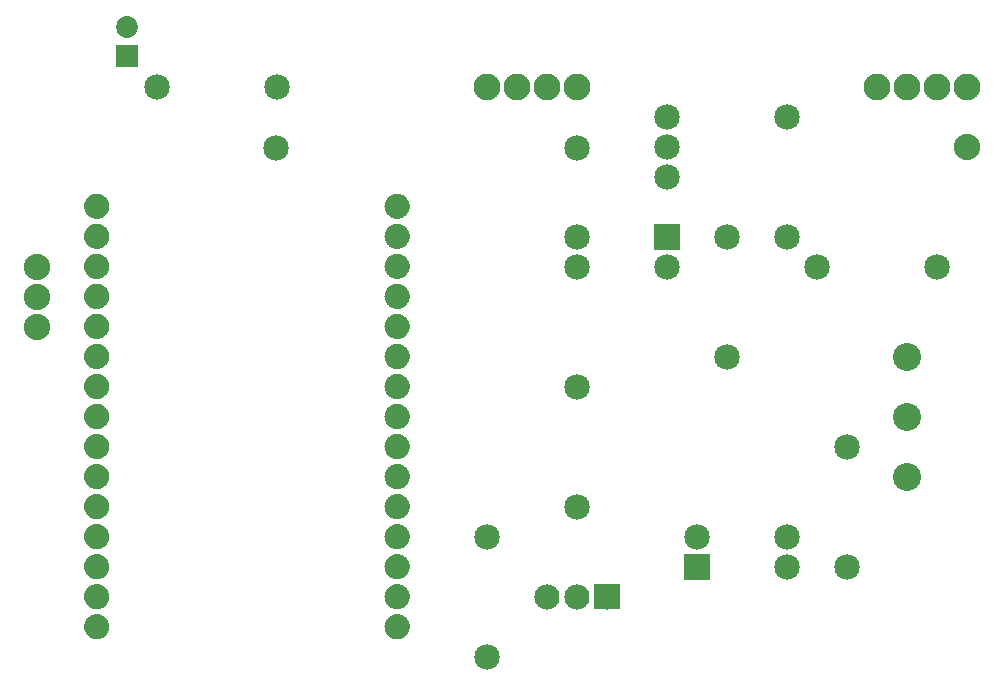
<source format=gbs>
G04 MADE WITH FRITZING*
G04 WWW.FRITZING.ORG*
G04 SINGLE SIDED*
G04 HOLES NOT PLATED*
G04 CONTOUR ON CENTER OF CONTOUR VECTOR*
%ASAXBY*%
%FSLAX23Y23*%
%MOIN*%
%OFA0B0*%
%SFA1.0B1.0*%
%ADD10C,0.084000*%
%ADD11C,0.088000*%
%ADD12C,0.072992*%
%ADD13C,0.085000*%
%ADD14C,0.093307*%
%ADD15C,0.089370*%
%ADD16R,0.072992X0.072992*%
%ADD17R,0.085000X0.085000*%
%ADD18R,0.001000X0.001000*%
%LNMASK0*%
G90*
G70*
G54D10*
X2226Y488D03*
X2126Y488D03*
X2026Y488D03*
X2226Y488D03*
X2126Y488D03*
X2026Y488D03*
X2226Y488D03*
X2126Y488D03*
X2026Y488D03*
G54D11*
X326Y1588D03*
X326Y1488D03*
X326Y1388D03*
X326Y1588D03*
X326Y1488D03*
X326Y1388D03*
G54D12*
X625Y2290D03*
X625Y2388D03*
X625Y2290D03*
X625Y2388D03*
G54D13*
X2426Y2088D03*
X2426Y1988D03*
X2426Y1888D03*
X2426Y2088D03*
X2426Y1988D03*
X2426Y1888D03*
G54D11*
X3426Y1988D03*
X3426Y1988D03*
G54D13*
X2826Y1688D03*
X2826Y2088D03*
X2826Y1688D03*
X2826Y2088D03*
X2626Y1288D03*
X2626Y1688D03*
X2626Y1288D03*
X2626Y1688D03*
X3026Y588D03*
X3026Y988D03*
X3026Y588D03*
X3026Y988D03*
X1126Y2188D03*
X726Y2188D03*
X1126Y2188D03*
X726Y2188D03*
X3326Y1588D03*
X2926Y1588D03*
X3326Y1588D03*
X2926Y1588D03*
X2526Y588D03*
X2826Y588D03*
X2526Y688D03*
X2826Y688D03*
X2526Y588D03*
X2826Y588D03*
X2526Y688D03*
X2826Y688D03*
X2426Y1688D03*
X2126Y1688D03*
X2426Y1588D03*
X2126Y1588D03*
X2426Y1688D03*
X2126Y1688D03*
X2426Y1588D03*
X2126Y1588D03*
X2126Y788D03*
X2126Y1188D03*
X2126Y788D03*
X2126Y1188D03*
X1826Y288D03*
X1826Y688D03*
X1826Y288D03*
X1826Y688D03*
X1122Y1984D03*
X2126Y1984D03*
G54D14*
X3226Y1288D03*
X3226Y1088D03*
X3226Y888D03*
X3226Y1288D03*
X3226Y1088D03*
X3226Y888D03*
G54D15*
X2126Y2188D03*
X2026Y2188D03*
X1926Y2188D03*
X1826Y2188D03*
X2126Y2188D03*
X2026Y2188D03*
X1926Y2188D03*
X1826Y2188D03*
X3426Y2188D03*
X3326Y2188D03*
X3226Y2188D03*
X3126Y2188D03*
X3426Y2188D03*
X3326Y2188D03*
X3226Y2188D03*
X3126Y2188D03*
G54D16*
X625Y2290D03*
X625Y2290D03*
G54D17*
X2526Y588D03*
X2526Y588D03*
X2426Y1688D03*
X2426Y1688D03*
G54D18*
X518Y1831D02*
X532Y1831D01*
X1519Y1831D02*
X1533Y1831D01*
X513Y1830D02*
X536Y1830D01*
X1515Y1830D02*
X1537Y1830D01*
X510Y1829D02*
X539Y1829D01*
X1512Y1829D02*
X1540Y1829D01*
X508Y1828D02*
X541Y1828D01*
X1509Y1828D02*
X1543Y1828D01*
X506Y1827D02*
X543Y1827D01*
X1507Y1827D02*
X1545Y1827D01*
X504Y1826D02*
X545Y1826D01*
X1505Y1826D02*
X1547Y1826D01*
X502Y1825D02*
X547Y1825D01*
X1504Y1825D02*
X1548Y1825D01*
X501Y1824D02*
X548Y1824D01*
X1502Y1824D02*
X1550Y1824D01*
X499Y1823D02*
X550Y1823D01*
X1501Y1823D02*
X1551Y1823D01*
X498Y1822D02*
X551Y1822D01*
X1500Y1822D02*
X1552Y1822D01*
X497Y1821D02*
X552Y1821D01*
X1498Y1821D02*
X1554Y1821D01*
X496Y1820D02*
X553Y1820D01*
X1497Y1820D02*
X1555Y1820D01*
X495Y1819D02*
X554Y1819D01*
X1496Y1819D02*
X1556Y1819D01*
X494Y1818D02*
X555Y1818D01*
X1495Y1818D02*
X1557Y1818D01*
X493Y1817D02*
X556Y1817D01*
X1495Y1817D02*
X1557Y1817D01*
X492Y1816D02*
X557Y1816D01*
X1494Y1816D02*
X1558Y1816D01*
X492Y1815D02*
X558Y1815D01*
X1493Y1815D02*
X1559Y1815D01*
X491Y1814D02*
X558Y1814D01*
X1492Y1814D02*
X1560Y1814D01*
X490Y1813D02*
X559Y1813D01*
X1492Y1813D02*
X1560Y1813D01*
X489Y1812D02*
X560Y1812D01*
X1491Y1812D02*
X1561Y1812D01*
X489Y1811D02*
X560Y1811D01*
X1490Y1811D02*
X1562Y1811D01*
X488Y1810D02*
X561Y1810D01*
X1490Y1810D02*
X1562Y1810D01*
X488Y1809D02*
X561Y1809D01*
X1489Y1809D02*
X1563Y1809D01*
X487Y1808D02*
X562Y1808D01*
X1489Y1808D02*
X1563Y1808D01*
X487Y1807D02*
X562Y1807D01*
X1488Y1807D02*
X1564Y1807D01*
X486Y1806D02*
X563Y1806D01*
X1488Y1806D02*
X1564Y1806D01*
X486Y1805D02*
X563Y1805D01*
X1487Y1805D02*
X1565Y1805D01*
X486Y1804D02*
X564Y1804D01*
X1487Y1804D02*
X1565Y1804D01*
X485Y1803D02*
X564Y1803D01*
X1487Y1803D02*
X1565Y1803D01*
X485Y1802D02*
X564Y1802D01*
X1486Y1802D02*
X1566Y1802D01*
X485Y1801D02*
X564Y1801D01*
X1486Y1801D02*
X1566Y1801D01*
X484Y1800D02*
X565Y1800D01*
X1486Y1800D02*
X1566Y1800D01*
X484Y1799D02*
X565Y1799D01*
X1486Y1799D02*
X1566Y1799D01*
X484Y1798D02*
X565Y1798D01*
X1485Y1798D02*
X1567Y1798D01*
X484Y1797D02*
X565Y1797D01*
X1485Y1797D02*
X1567Y1797D01*
X484Y1796D02*
X566Y1796D01*
X1485Y1796D02*
X1567Y1796D01*
X483Y1795D02*
X566Y1795D01*
X1485Y1795D02*
X1567Y1795D01*
X483Y1794D02*
X566Y1794D01*
X1485Y1794D02*
X1567Y1794D01*
X483Y1793D02*
X566Y1793D01*
X1485Y1793D02*
X1567Y1793D01*
X483Y1792D02*
X566Y1792D01*
X1485Y1792D02*
X1567Y1792D01*
X483Y1791D02*
X566Y1791D01*
X1485Y1791D02*
X1567Y1791D01*
X483Y1790D02*
X566Y1790D01*
X1484Y1790D02*
X1568Y1790D01*
X483Y1789D02*
X566Y1789D01*
X1484Y1789D02*
X1568Y1789D01*
X483Y1788D02*
X566Y1788D01*
X1485Y1788D02*
X1567Y1788D01*
X483Y1787D02*
X566Y1787D01*
X1485Y1787D02*
X1567Y1787D01*
X483Y1786D02*
X566Y1786D01*
X1485Y1786D02*
X1567Y1786D01*
X483Y1785D02*
X566Y1785D01*
X1485Y1785D02*
X1567Y1785D01*
X484Y1784D02*
X566Y1784D01*
X1485Y1784D02*
X1567Y1784D01*
X484Y1783D02*
X565Y1783D01*
X1485Y1783D02*
X1567Y1783D01*
X484Y1782D02*
X565Y1782D01*
X1485Y1782D02*
X1567Y1782D01*
X484Y1781D02*
X565Y1781D01*
X1485Y1781D02*
X1567Y1781D01*
X484Y1780D02*
X565Y1780D01*
X1486Y1780D02*
X1566Y1780D01*
X485Y1779D02*
X565Y1779D01*
X1486Y1779D02*
X1566Y1779D01*
X485Y1778D02*
X564Y1778D01*
X1486Y1778D02*
X1566Y1778D01*
X485Y1777D02*
X564Y1777D01*
X1486Y1777D02*
X1566Y1777D01*
X485Y1776D02*
X564Y1776D01*
X1487Y1776D02*
X1565Y1776D01*
X486Y1775D02*
X563Y1775D01*
X1487Y1775D02*
X1565Y1775D01*
X486Y1774D02*
X563Y1774D01*
X1488Y1774D02*
X1564Y1774D01*
X486Y1773D02*
X563Y1773D01*
X1488Y1773D02*
X1564Y1773D01*
X487Y1772D02*
X562Y1772D01*
X1488Y1772D02*
X1564Y1772D01*
X487Y1771D02*
X562Y1771D01*
X1489Y1771D02*
X1563Y1771D01*
X488Y1770D02*
X561Y1770D01*
X1489Y1770D02*
X1563Y1770D01*
X489Y1769D02*
X561Y1769D01*
X1490Y1769D02*
X1562Y1769D01*
X489Y1768D02*
X560Y1768D01*
X1491Y1768D02*
X1561Y1768D01*
X490Y1767D02*
X559Y1767D01*
X1491Y1767D02*
X1561Y1767D01*
X490Y1766D02*
X559Y1766D01*
X1492Y1766D02*
X1560Y1766D01*
X491Y1765D02*
X558Y1765D01*
X1493Y1765D02*
X1559Y1765D01*
X492Y1764D02*
X557Y1764D01*
X1493Y1764D02*
X1559Y1764D01*
X493Y1763D02*
X556Y1763D01*
X1494Y1763D02*
X1558Y1763D01*
X494Y1762D02*
X556Y1762D01*
X1495Y1762D02*
X1557Y1762D01*
X494Y1761D02*
X555Y1761D01*
X1496Y1761D02*
X1556Y1761D01*
X495Y1760D02*
X554Y1760D01*
X1497Y1760D02*
X1555Y1760D01*
X496Y1759D02*
X553Y1759D01*
X1498Y1759D02*
X1554Y1759D01*
X498Y1758D02*
X552Y1758D01*
X1499Y1758D02*
X1553Y1758D01*
X499Y1757D02*
X550Y1757D01*
X1500Y1757D02*
X1552Y1757D01*
X500Y1756D02*
X549Y1756D01*
X1502Y1756D02*
X1550Y1756D01*
X502Y1755D02*
X548Y1755D01*
X1503Y1755D02*
X1549Y1755D01*
X503Y1754D02*
X546Y1754D01*
X1505Y1754D02*
X1547Y1754D01*
X505Y1753D02*
X544Y1753D01*
X1506Y1753D02*
X1546Y1753D01*
X507Y1752D02*
X542Y1752D01*
X1508Y1752D02*
X1544Y1752D01*
X509Y1751D02*
X540Y1751D01*
X1510Y1751D02*
X1542Y1751D01*
X512Y1750D02*
X538Y1750D01*
X1513Y1750D02*
X1539Y1750D01*
X515Y1749D02*
X534Y1749D01*
X1517Y1749D02*
X1535Y1749D01*
X521Y1748D02*
X528Y1748D01*
X1522Y1748D02*
X1530Y1748D01*
X518Y1731D02*
X531Y1731D01*
X1520Y1731D02*
X1532Y1731D01*
X514Y1730D02*
X536Y1730D01*
X1515Y1730D02*
X1537Y1730D01*
X510Y1729D02*
X539Y1729D01*
X1512Y1729D02*
X1540Y1729D01*
X508Y1728D02*
X541Y1728D01*
X1509Y1728D02*
X1543Y1728D01*
X506Y1727D02*
X543Y1727D01*
X1507Y1727D02*
X1545Y1727D01*
X504Y1726D02*
X545Y1726D01*
X1506Y1726D02*
X1546Y1726D01*
X503Y1725D02*
X547Y1725D01*
X1504Y1725D02*
X1548Y1725D01*
X501Y1724D02*
X548Y1724D01*
X1502Y1724D02*
X1550Y1724D01*
X500Y1723D02*
X549Y1723D01*
X1501Y1723D02*
X1551Y1723D01*
X498Y1722D02*
X551Y1722D01*
X1500Y1722D02*
X1552Y1722D01*
X497Y1721D02*
X552Y1721D01*
X1499Y1721D02*
X1553Y1721D01*
X496Y1720D02*
X553Y1720D01*
X1497Y1720D02*
X1555Y1720D01*
X495Y1719D02*
X554Y1719D01*
X1496Y1719D02*
X1556Y1719D01*
X494Y1718D02*
X555Y1718D01*
X1496Y1718D02*
X1556Y1718D01*
X493Y1717D02*
X556Y1717D01*
X1495Y1717D02*
X1557Y1717D01*
X492Y1716D02*
X557Y1716D01*
X1494Y1716D02*
X1558Y1716D01*
X492Y1715D02*
X557Y1715D01*
X1493Y1715D02*
X1559Y1715D01*
X491Y1714D02*
X558Y1714D01*
X1492Y1714D02*
X1560Y1714D01*
X490Y1713D02*
X559Y1713D01*
X1492Y1713D02*
X1560Y1713D01*
X490Y1712D02*
X560Y1712D01*
X1491Y1712D02*
X1561Y1712D01*
X489Y1711D02*
X560Y1711D01*
X1490Y1711D02*
X1562Y1711D01*
X488Y1710D02*
X561Y1710D01*
X1490Y1710D02*
X1562Y1710D01*
X488Y1709D02*
X561Y1709D01*
X1489Y1709D02*
X1563Y1709D01*
X487Y1708D02*
X562Y1708D01*
X1489Y1708D02*
X1563Y1708D01*
X487Y1707D02*
X562Y1707D01*
X1488Y1707D02*
X1564Y1707D01*
X486Y1706D02*
X563Y1706D01*
X1488Y1706D02*
X1564Y1706D01*
X486Y1705D02*
X563Y1705D01*
X1487Y1705D02*
X1565Y1705D01*
X486Y1704D02*
X564Y1704D01*
X1487Y1704D02*
X1565Y1704D01*
X485Y1703D02*
X564Y1703D01*
X1487Y1703D02*
X1565Y1703D01*
X485Y1702D02*
X564Y1702D01*
X1486Y1702D02*
X1566Y1702D01*
X485Y1701D02*
X564Y1701D01*
X1486Y1701D02*
X1566Y1701D01*
X484Y1700D02*
X565Y1700D01*
X1486Y1700D02*
X1566Y1700D01*
X484Y1699D02*
X565Y1699D01*
X1486Y1699D02*
X1566Y1699D01*
X484Y1698D02*
X565Y1698D01*
X1485Y1698D02*
X1567Y1698D01*
X484Y1697D02*
X565Y1697D01*
X1485Y1697D02*
X1567Y1697D01*
X484Y1696D02*
X566Y1696D01*
X1485Y1696D02*
X1567Y1696D01*
X483Y1695D02*
X566Y1695D01*
X1485Y1695D02*
X1567Y1695D01*
X483Y1694D02*
X566Y1694D01*
X1485Y1694D02*
X1567Y1694D01*
X483Y1693D02*
X566Y1693D01*
X1485Y1693D02*
X1567Y1693D01*
X483Y1692D02*
X566Y1692D01*
X1485Y1692D02*
X1567Y1692D01*
X483Y1691D02*
X566Y1691D01*
X1485Y1691D02*
X1567Y1691D01*
X483Y1690D02*
X566Y1690D01*
X1484Y1690D02*
X1568Y1690D01*
X483Y1689D02*
X566Y1689D01*
X1484Y1689D02*
X1568Y1689D01*
X483Y1688D02*
X566Y1688D01*
X1485Y1688D02*
X1567Y1688D01*
X483Y1687D02*
X566Y1687D01*
X1485Y1687D02*
X1567Y1687D01*
X483Y1686D02*
X566Y1686D01*
X1485Y1686D02*
X1567Y1686D01*
X483Y1685D02*
X566Y1685D01*
X1485Y1685D02*
X1567Y1685D01*
X483Y1684D02*
X566Y1684D01*
X1485Y1684D02*
X1567Y1684D01*
X484Y1683D02*
X565Y1683D01*
X1485Y1683D02*
X1567Y1683D01*
X484Y1682D02*
X565Y1682D01*
X1485Y1682D02*
X1567Y1682D01*
X484Y1681D02*
X565Y1681D01*
X1485Y1681D02*
X1567Y1681D01*
X484Y1680D02*
X565Y1680D01*
X1486Y1680D02*
X1566Y1680D01*
X484Y1679D02*
X565Y1679D01*
X1486Y1679D02*
X1566Y1679D01*
X485Y1678D02*
X564Y1678D01*
X1486Y1678D02*
X1566Y1678D01*
X485Y1677D02*
X564Y1677D01*
X1486Y1677D02*
X1566Y1677D01*
X485Y1676D02*
X564Y1676D01*
X1487Y1676D02*
X1565Y1676D01*
X486Y1675D02*
X563Y1675D01*
X1487Y1675D02*
X1565Y1675D01*
X486Y1674D02*
X563Y1674D01*
X1487Y1674D02*
X1565Y1674D01*
X486Y1673D02*
X563Y1673D01*
X1488Y1673D02*
X1564Y1673D01*
X487Y1672D02*
X562Y1672D01*
X1488Y1672D02*
X1564Y1672D01*
X487Y1671D02*
X562Y1671D01*
X1489Y1671D02*
X1563Y1671D01*
X488Y1670D02*
X561Y1670D01*
X1489Y1670D02*
X1563Y1670D01*
X489Y1669D02*
X561Y1669D01*
X1490Y1669D02*
X1562Y1669D01*
X489Y1668D02*
X560Y1668D01*
X1491Y1668D02*
X1561Y1668D01*
X490Y1667D02*
X559Y1667D01*
X1491Y1667D02*
X1561Y1667D01*
X490Y1666D02*
X559Y1666D01*
X1492Y1666D02*
X1560Y1666D01*
X491Y1665D02*
X558Y1665D01*
X1493Y1665D02*
X1559Y1665D01*
X492Y1664D02*
X557Y1664D01*
X1493Y1664D02*
X1559Y1664D01*
X493Y1663D02*
X557Y1663D01*
X1494Y1663D02*
X1558Y1663D01*
X493Y1662D02*
X556Y1662D01*
X1495Y1662D02*
X1557Y1662D01*
X494Y1661D02*
X555Y1661D01*
X1496Y1661D02*
X1556Y1661D01*
X495Y1660D02*
X554Y1660D01*
X1497Y1660D02*
X1555Y1660D01*
X496Y1659D02*
X553Y1659D01*
X1498Y1659D02*
X1554Y1659D01*
X497Y1658D02*
X552Y1658D01*
X1499Y1658D02*
X1553Y1658D01*
X499Y1657D02*
X550Y1657D01*
X1500Y1657D02*
X1552Y1657D01*
X500Y1656D02*
X549Y1656D01*
X1501Y1656D02*
X1551Y1656D01*
X501Y1655D02*
X548Y1655D01*
X1503Y1655D02*
X1549Y1655D01*
X503Y1654D02*
X546Y1654D01*
X1504Y1654D02*
X1548Y1654D01*
X505Y1653D02*
X545Y1653D01*
X1506Y1653D02*
X1546Y1653D01*
X506Y1652D02*
X543Y1652D01*
X1508Y1652D02*
X1544Y1652D01*
X509Y1651D02*
X541Y1651D01*
X1510Y1651D02*
X1542Y1651D01*
X511Y1650D02*
X538Y1650D01*
X1513Y1650D02*
X1539Y1650D01*
X515Y1649D02*
X534Y1649D01*
X1516Y1649D02*
X1536Y1649D01*
X520Y1648D02*
X529Y1648D01*
X1521Y1648D02*
X1531Y1648D01*
X519Y1631D02*
X530Y1631D01*
X1520Y1631D02*
X1532Y1631D01*
X514Y1630D02*
X535Y1630D01*
X1516Y1630D02*
X1536Y1630D01*
X511Y1629D02*
X538Y1629D01*
X1512Y1629D02*
X1540Y1629D01*
X508Y1628D02*
X541Y1628D01*
X1510Y1628D02*
X1542Y1628D01*
X506Y1627D02*
X543Y1627D01*
X1508Y1627D02*
X1544Y1627D01*
X504Y1626D02*
X545Y1626D01*
X1506Y1626D02*
X1546Y1626D01*
X503Y1625D02*
X546Y1625D01*
X1504Y1625D02*
X1548Y1625D01*
X501Y1624D02*
X548Y1624D01*
X1503Y1624D02*
X1549Y1624D01*
X500Y1623D02*
X549Y1623D01*
X1501Y1623D02*
X1551Y1623D01*
X498Y1622D02*
X551Y1622D01*
X1500Y1622D02*
X1552Y1622D01*
X497Y1621D02*
X552Y1621D01*
X1499Y1621D02*
X1553Y1621D01*
X496Y1620D02*
X553Y1620D01*
X1498Y1620D02*
X1554Y1620D01*
X495Y1619D02*
X554Y1619D01*
X1497Y1619D02*
X1555Y1619D01*
X494Y1618D02*
X555Y1618D01*
X1496Y1618D02*
X1556Y1618D01*
X493Y1617D02*
X556Y1617D01*
X1495Y1617D02*
X1557Y1617D01*
X492Y1616D02*
X557Y1616D01*
X1494Y1616D02*
X1558Y1616D01*
X492Y1615D02*
X557Y1615D01*
X1493Y1615D02*
X1559Y1615D01*
X491Y1614D02*
X558Y1614D01*
X1492Y1614D02*
X1560Y1614D01*
X490Y1613D02*
X559Y1613D01*
X1492Y1613D02*
X1560Y1613D01*
X490Y1612D02*
X559Y1612D01*
X1491Y1612D02*
X1561Y1612D01*
X489Y1611D02*
X560Y1611D01*
X1490Y1611D02*
X1562Y1611D01*
X488Y1610D02*
X561Y1610D01*
X1490Y1610D02*
X1562Y1610D01*
X488Y1609D02*
X561Y1609D01*
X1489Y1609D02*
X1563Y1609D01*
X487Y1608D02*
X562Y1608D01*
X1489Y1608D02*
X1563Y1608D01*
X487Y1607D02*
X562Y1607D01*
X1488Y1607D02*
X1564Y1607D01*
X486Y1606D02*
X563Y1606D01*
X1488Y1606D02*
X1564Y1606D01*
X486Y1605D02*
X563Y1605D01*
X1487Y1605D02*
X1565Y1605D01*
X486Y1604D02*
X563Y1604D01*
X1487Y1604D02*
X1565Y1604D01*
X485Y1603D02*
X564Y1603D01*
X1487Y1603D02*
X1565Y1603D01*
X485Y1602D02*
X564Y1602D01*
X1486Y1602D02*
X1566Y1602D01*
X485Y1601D02*
X564Y1601D01*
X1486Y1601D02*
X1566Y1601D01*
X484Y1600D02*
X565Y1600D01*
X1486Y1600D02*
X1566Y1600D01*
X484Y1599D02*
X565Y1599D01*
X1486Y1599D02*
X1566Y1599D01*
X484Y1598D02*
X565Y1598D01*
X1485Y1598D02*
X1567Y1598D01*
X484Y1597D02*
X565Y1597D01*
X1485Y1597D02*
X1567Y1597D01*
X484Y1596D02*
X565Y1596D01*
X1485Y1596D02*
X1567Y1596D01*
X483Y1595D02*
X566Y1595D01*
X1485Y1595D02*
X1567Y1595D01*
X483Y1594D02*
X566Y1594D01*
X1485Y1594D02*
X1567Y1594D01*
X483Y1593D02*
X566Y1593D01*
X1485Y1593D02*
X1567Y1593D01*
X483Y1592D02*
X566Y1592D01*
X1485Y1592D02*
X1567Y1592D01*
X483Y1591D02*
X566Y1591D01*
X1485Y1591D02*
X1567Y1591D01*
X483Y1590D02*
X566Y1590D01*
X1484Y1590D02*
X1568Y1590D01*
X483Y1589D02*
X566Y1589D01*
X1484Y1589D02*
X1568Y1589D01*
X483Y1588D02*
X566Y1588D01*
X1485Y1588D02*
X1567Y1588D01*
X483Y1587D02*
X566Y1587D01*
X1485Y1587D02*
X1567Y1587D01*
X483Y1586D02*
X566Y1586D01*
X1485Y1586D02*
X1567Y1586D01*
X483Y1585D02*
X566Y1585D01*
X1485Y1585D02*
X1567Y1585D01*
X483Y1584D02*
X566Y1584D01*
X1485Y1584D02*
X1567Y1584D01*
X484Y1583D02*
X565Y1583D01*
X1485Y1583D02*
X1567Y1583D01*
X484Y1582D02*
X565Y1582D01*
X1485Y1582D02*
X1567Y1582D01*
X484Y1581D02*
X565Y1581D01*
X1485Y1581D02*
X1567Y1581D01*
X484Y1580D02*
X565Y1580D01*
X1486Y1580D02*
X1566Y1580D01*
X484Y1579D02*
X565Y1579D01*
X1486Y1579D02*
X1566Y1579D01*
X485Y1578D02*
X564Y1578D01*
X1486Y1578D02*
X1566Y1578D01*
X485Y1577D02*
X564Y1577D01*
X1486Y1577D02*
X1566Y1577D01*
X485Y1576D02*
X564Y1576D01*
X1487Y1576D02*
X1565Y1576D01*
X486Y1575D02*
X563Y1575D01*
X1487Y1575D02*
X1565Y1575D01*
X486Y1574D02*
X563Y1574D01*
X1487Y1574D02*
X1565Y1574D01*
X486Y1573D02*
X563Y1573D01*
X1488Y1573D02*
X1564Y1573D01*
X487Y1572D02*
X562Y1572D01*
X1488Y1572D02*
X1564Y1572D01*
X487Y1571D02*
X562Y1571D01*
X1489Y1571D02*
X1563Y1571D01*
X488Y1570D02*
X561Y1570D01*
X1489Y1570D02*
X1563Y1570D01*
X488Y1569D02*
X561Y1569D01*
X1490Y1569D02*
X1562Y1569D01*
X489Y1568D02*
X560Y1568D01*
X1490Y1568D02*
X1562Y1568D01*
X490Y1567D02*
X559Y1567D01*
X1491Y1567D02*
X1561Y1567D01*
X490Y1566D02*
X559Y1566D01*
X1492Y1566D02*
X1560Y1566D01*
X491Y1565D02*
X558Y1565D01*
X1492Y1565D02*
X1560Y1565D01*
X492Y1564D02*
X557Y1564D01*
X1493Y1564D02*
X1559Y1564D01*
X493Y1563D02*
X557Y1563D01*
X1494Y1563D02*
X1558Y1563D01*
X493Y1562D02*
X556Y1562D01*
X1495Y1562D02*
X1557Y1562D01*
X494Y1561D02*
X555Y1561D01*
X1496Y1561D02*
X1556Y1561D01*
X495Y1560D02*
X554Y1560D01*
X1497Y1560D02*
X1555Y1560D01*
X496Y1559D02*
X553Y1559D01*
X1498Y1559D02*
X1554Y1559D01*
X497Y1558D02*
X552Y1558D01*
X1499Y1558D02*
X1553Y1558D01*
X498Y1557D02*
X551Y1557D01*
X1500Y1557D02*
X1552Y1557D01*
X500Y1556D02*
X549Y1556D01*
X1501Y1556D02*
X1551Y1556D01*
X501Y1555D02*
X548Y1555D01*
X1503Y1555D02*
X1549Y1555D01*
X503Y1554D02*
X546Y1554D01*
X1504Y1554D02*
X1548Y1554D01*
X504Y1553D02*
X545Y1553D01*
X1506Y1553D02*
X1546Y1553D01*
X506Y1552D02*
X543Y1552D01*
X1508Y1552D02*
X1544Y1552D01*
X508Y1551D02*
X541Y1551D01*
X1510Y1551D02*
X1542Y1551D01*
X511Y1550D02*
X538Y1550D01*
X1512Y1550D02*
X1540Y1550D01*
X514Y1549D02*
X535Y1549D01*
X1516Y1549D02*
X1536Y1549D01*
X519Y1548D02*
X530Y1548D01*
X1521Y1548D02*
X1531Y1548D01*
X520Y1531D02*
X530Y1531D01*
X1521Y1531D02*
X1531Y1531D01*
X515Y1530D02*
X535Y1530D01*
X1516Y1530D02*
X1536Y1530D01*
X511Y1529D02*
X538Y1529D01*
X1513Y1529D02*
X1539Y1529D01*
X508Y1528D02*
X541Y1528D01*
X1510Y1528D02*
X1542Y1528D01*
X506Y1527D02*
X543Y1527D01*
X1508Y1527D02*
X1544Y1527D01*
X504Y1526D02*
X545Y1526D01*
X1506Y1526D02*
X1546Y1526D01*
X503Y1525D02*
X546Y1525D01*
X1504Y1525D02*
X1548Y1525D01*
X501Y1524D02*
X548Y1524D01*
X1503Y1524D02*
X1549Y1524D01*
X500Y1523D02*
X549Y1523D01*
X1501Y1523D02*
X1551Y1523D01*
X499Y1522D02*
X551Y1522D01*
X1500Y1522D02*
X1552Y1522D01*
X497Y1521D02*
X552Y1521D01*
X1499Y1521D02*
X1553Y1521D01*
X496Y1520D02*
X553Y1520D01*
X1498Y1520D02*
X1554Y1520D01*
X495Y1519D02*
X554Y1519D01*
X1497Y1519D02*
X1555Y1519D01*
X494Y1518D02*
X555Y1518D01*
X1496Y1518D02*
X1556Y1518D01*
X493Y1517D02*
X556Y1517D01*
X1495Y1517D02*
X1557Y1517D01*
X493Y1516D02*
X557Y1516D01*
X1494Y1516D02*
X1558Y1516D01*
X492Y1515D02*
X557Y1515D01*
X1493Y1515D02*
X1559Y1515D01*
X491Y1514D02*
X558Y1514D01*
X1493Y1514D02*
X1559Y1514D01*
X490Y1513D02*
X559Y1513D01*
X1492Y1513D02*
X1560Y1513D01*
X490Y1512D02*
X559Y1512D01*
X1491Y1512D02*
X1561Y1512D01*
X489Y1511D02*
X560Y1511D01*
X1491Y1511D02*
X1561Y1511D01*
X488Y1510D02*
X561Y1510D01*
X1490Y1510D02*
X1562Y1510D01*
X488Y1509D02*
X561Y1509D01*
X1489Y1509D02*
X1563Y1509D01*
X487Y1508D02*
X562Y1508D01*
X1489Y1508D02*
X1563Y1508D01*
X487Y1507D02*
X562Y1507D01*
X1488Y1507D02*
X1564Y1507D01*
X486Y1506D02*
X563Y1506D01*
X1488Y1506D02*
X1564Y1506D01*
X486Y1505D02*
X563Y1505D01*
X1487Y1505D02*
X1565Y1505D01*
X486Y1504D02*
X563Y1504D01*
X1487Y1504D02*
X1565Y1504D01*
X485Y1503D02*
X564Y1503D01*
X1487Y1503D02*
X1565Y1503D01*
X485Y1502D02*
X564Y1502D01*
X1486Y1502D02*
X1566Y1502D01*
X485Y1501D02*
X564Y1501D01*
X1486Y1501D02*
X1566Y1501D01*
X484Y1500D02*
X565Y1500D01*
X1486Y1500D02*
X1566Y1500D01*
X484Y1499D02*
X565Y1499D01*
X1486Y1499D02*
X1566Y1499D01*
X484Y1498D02*
X565Y1498D01*
X1485Y1498D02*
X1567Y1498D01*
X484Y1497D02*
X565Y1497D01*
X1485Y1497D02*
X1567Y1497D01*
X484Y1496D02*
X565Y1496D01*
X1485Y1496D02*
X1567Y1496D01*
X483Y1495D02*
X566Y1495D01*
X1485Y1495D02*
X1567Y1495D01*
X483Y1494D02*
X566Y1494D01*
X1485Y1494D02*
X1567Y1494D01*
X483Y1493D02*
X566Y1493D01*
X1485Y1493D02*
X1567Y1493D01*
X483Y1492D02*
X566Y1492D01*
X1485Y1492D02*
X1567Y1492D01*
X483Y1491D02*
X566Y1491D01*
X1485Y1491D02*
X1567Y1491D01*
X483Y1490D02*
X566Y1490D01*
X1484Y1490D02*
X1568Y1490D01*
X483Y1489D02*
X566Y1489D01*
X1484Y1489D02*
X1568Y1489D01*
X483Y1488D02*
X566Y1488D01*
X1485Y1488D02*
X1567Y1488D01*
X483Y1487D02*
X566Y1487D01*
X1485Y1487D02*
X1567Y1487D01*
X483Y1486D02*
X566Y1486D01*
X1485Y1486D02*
X1567Y1486D01*
X483Y1485D02*
X566Y1485D01*
X1485Y1485D02*
X1567Y1485D01*
X483Y1484D02*
X566Y1484D01*
X1485Y1484D02*
X1567Y1484D01*
X484Y1483D02*
X566Y1483D01*
X1485Y1483D02*
X1567Y1483D01*
X484Y1482D02*
X565Y1482D01*
X1485Y1482D02*
X1567Y1482D01*
X484Y1481D02*
X565Y1481D01*
X1485Y1481D02*
X1567Y1481D01*
X484Y1480D02*
X565Y1480D01*
X1486Y1480D02*
X1566Y1480D01*
X484Y1479D02*
X565Y1479D01*
X1486Y1479D02*
X1566Y1479D01*
X485Y1478D02*
X564Y1478D01*
X1486Y1478D02*
X1566Y1478D01*
X485Y1477D02*
X564Y1477D01*
X1486Y1477D02*
X1566Y1477D01*
X485Y1476D02*
X564Y1476D01*
X1487Y1476D02*
X1565Y1476D01*
X486Y1475D02*
X563Y1475D01*
X1487Y1475D02*
X1565Y1475D01*
X486Y1474D02*
X563Y1474D01*
X1487Y1474D02*
X1565Y1474D01*
X486Y1473D02*
X563Y1473D01*
X1488Y1473D02*
X1564Y1473D01*
X487Y1472D02*
X562Y1472D01*
X1488Y1472D02*
X1564Y1472D01*
X487Y1471D02*
X562Y1471D01*
X1489Y1471D02*
X1563Y1471D01*
X488Y1470D02*
X561Y1470D01*
X1489Y1470D02*
X1563Y1470D01*
X488Y1469D02*
X561Y1469D01*
X1490Y1469D02*
X1562Y1469D01*
X489Y1468D02*
X560Y1468D01*
X1490Y1468D02*
X1562Y1468D01*
X490Y1467D02*
X560Y1467D01*
X1491Y1467D02*
X1561Y1467D01*
X490Y1466D02*
X559Y1466D01*
X1492Y1466D02*
X1560Y1466D01*
X491Y1465D02*
X558Y1465D01*
X1492Y1465D02*
X1560Y1465D01*
X492Y1464D02*
X557Y1464D01*
X1493Y1464D02*
X1559Y1464D01*
X492Y1463D02*
X557Y1463D01*
X1494Y1463D02*
X1558Y1463D01*
X493Y1462D02*
X556Y1462D01*
X1495Y1462D02*
X1557Y1462D01*
X494Y1461D02*
X555Y1461D01*
X1496Y1461D02*
X1556Y1461D01*
X495Y1460D02*
X554Y1460D01*
X1496Y1460D02*
X1556Y1460D01*
X496Y1459D02*
X553Y1459D01*
X1498Y1459D02*
X1554Y1459D01*
X497Y1458D02*
X552Y1458D01*
X1499Y1458D02*
X1553Y1458D01*
X498Y1457D02*
X551Y1457D01*
X1500Y1457D02*
X1552Y1457D01*
X500Y1456D02*
X549Y1456D01*
X1501Y1456D02*
X1551Y1456D01*
X501Y1455D02*
X548Y1455D01*
X1503Y1455D02*
X1549Y1455D01*
X503Y1454D02*
X547Y1454D01*
X1504Y1454D02*
X1548Y1454D01*
X504Y1453D02*
X545Y1453D01*
X1506Y1453D02*
X1546Y1453D01*
X506Y1452D02*
X543Y1452D01*
X1507Y1452D02*
X1545Y1452D01*
X508Y1451D02*
X541Y1451D01*
X1509Y1451D02*
X1543Y1451D01*
X511Y1450D02*
X539Y1450D01*
X1512Y1450D02*
X1540Y1450D01*
X514Y1449D02*
X535Y1449D01*
X1515Y1449D02*
X1537Y1449D01*
X518Y1448D02*
X531Y1448D01*
X1520Y1448D02*
X1532Y1448D01*
X520Y1431D02*
X529Y1431D01*
X1522Y1431D02*
X1530Y1431D01*
X515Y1430D02*
X534Y1430D01*
X1516Y1430D02*
X1536Y1430D01*
X511Y1429D02*
X538Y1429D01*
X1513Y1429D02*
X1539Y1429D01*
X509Y1428D02*
X540Y1428D01*
X1510Y1428D02*
X1542Y1428D01*
X507Y1427D02*
X543Y1427D01*
X1508Y1427D02*
X1544Y1427D01*
X505Y1426D02*
X544Y1426D01*
X1506Y1426D02*
X1546Y1426D01*
X503Y1425D02*
X546Y1425D01*
X1504Y1425D02*
X1548Y1425D01*
X501Y1424D02*
X548Y1424D01*
X1503Y1424D02*
X1549Y1424D01*
X500Y1423D02*
X549Y1423D01*
X1502Y1423D02*
X1550Y1423D01*
X499Y1422D02*
X550Y1422D01*
X1500Y1422D02*
X1552Y1422D01*
X498Y1421D02*
X552Y1421D01*
X1499Y1421D02*
X1553Y1421D01*
X496Y1420D02*
X553Y1420D01*
X1498Y1420D02*
X1554Y1420D01*
X495Y1419D02*
X554Y1419D01*
X1497Y1419D02*
X1555Y1419D01*
X494Y1418D02*
X555Y1418D01*
X1496Y1418D02*
X1556Y1418D01*
X494Y1417D02*
X556Y1417D01*
X1495Y1417D02*
X1557Y1417D01*
X493Y1416D02*
X556Y1416D01*
X1494Y1416D02*
X1558Y1416D01*
X492Y1415D02*
X557Y1415D01*
X1493Y1415D02*
X1559Y1415D01*
X491Y1414D02*
X558Y1414D01*
X1493Y1414D02*
X1559Y1414D01*
X490Y1413D02*
X559Y1413D01*
X1492Y1413D02*
X1560Y1413D01*
X490Y1412D02*
X559Y1412D01*
X1491Y1412D02*
X1561Y1412D01*
X489Y1411D02*
X560Y1411D01*
X1491Y1411D02*
X1561Y1411D01*
X489Y1410D02*
X561Y1410D01*
X1490Y1410D02*
X1562Y1410D01*
X488Y1409D02*
X561Y1409D01*
X1489Y1409D02*
X1563Y1409D01*
X487Y1408D02*
X562Y1408D01*
X1489Y1408D02*
X1563Y1408D01*
X487Y1407D02*
X562Y1407D01*
X1488Y1407D02*
X1564Y1407D01*
X486Y1406D02*
X563Y1406D01*
X1488Y1406D02*
X1564Y1406D01*
X486Y1405D02*
X563Y1405D01*
X1488Y1405D02*
X1564Y1405D01*
X486Y1404D02*
X563Y1404D01*
X1487Y1404D02*
X1565Y1404D01*
X485Y1403D02*
X564Y1403D01*
X1487Y1403D02*
X1565Y1403D01*
X485Y1402D02*
X564Y1402D01*
X1486Y1402D02*
X1566Y1402D01*
X485Y1401D02*
X564Y1401D01*
X1486Y1401D02*
X1566Y1401D01*
X484Y1400D02*
X565Y1400D01*
X1486Y1400D02*
X1566Y1400D01*
X484Y1399D02*
X565Y1399D01*
X1486Y1399D02*
X1566Y1399D01*
X484Y1398D02*
X565Y1398D01*
X1485Y1398D02*
X1567Y1398D01*
X484Y1397D02*
X565Y1397D01*
X1485Y1397D02*
X1567Y1397D01*
X484Y1396D02*
X565Y1396D01*
X1485Y1396D02*
X1567Y1396D01*
X483Y1395D02*
X566Y1395D01*
X1485Y1395D02*
X1567Y1395D01*
X483Y1394D02*
X566Y1394D01*
X1485Y1394D02*
X1567Y1394D01*
X483Y1393D02*
X566Y1393D01*
X1485Y1393D02*
X1567Y1393D01*
X483Y1392D02*
X566Y1392D01*
X1485Y1392D02*
X1567Y1392D01*
X483Y1391D02*
X566Y1391D01*
X1485Y1391D02*
X1567Y1391D01*
X483Y1390D02*
X566Y1390D01*
X1484Y1390D02*
X1568Y1390D01*
X483Y1389D02*
X566Y1389D01*
X1484Y1389D02*
X1568Y1389D01*
X483Y1388D02*
X566Y1388D01*
X1485Y1388D02*
X1567Y1388D01*
X483Y1387D02*
X566Y1387D01*
X1485Y1387D02*
X1567Y1387D01*
X483Y1386D02*
X566Y1386D01*
X1485Y1386D02*
X1567Y1386D01*
X483Y1385D02*
X566Y1385D01*
X1485Y1385D02*
X1567Y1385D01*
X483Y1384D02*
X566Y1384D01*
X1485Y1384D02*
X1567Y1384D01*
X484Y1383D02*
X566Y1383D01*
X1485Y1383D02*
X1567Y1383D01*
X484Y1382D02*
X565Y1382D01*
X1485Y1382D02*
X1567Y1382D01*
X484Y1381D02*
X565Y1381D01*
X1485Y1381D02*
X1567Y1381D01*
X484Y1380D02*
X565Y1380D01*
X1486Y1380D02*
X1566Y1380D01*
X484Y1379D02*
X565Y1379D01*
X1486Y1379D02*
X1566Y1379D01*
X485Y1378D02*
X564Y1378D01*
X1486Y1378D02*
X1566Y1378D01*
X485Y1377D02*
X564Y1377D01*
X1486Y1377D02*
X1566Y1377D01*
X485Y1376D02*
X564Y1376D01*
X1487Y1376D02*
X1565Y1376D01*
X486Y1375D02*
X564Y1375D01*
X1487Y1375D02*
X1565Y1375D01*
X486Y1374D02*
X563Y1374D01*
X1487Y1374D02*
X1565Y1374D01*
X486Y1373D02*
X563Y1373D01*
X1488Y1373D02*
X1564Y1373D01*
X487Y1372D02*
X562Y1372D01*
X1488Y1372D02*
X1564Y1372D01*
X487Y1371D02*
X562Y1371D01*
X1489Y1371D02*
X1563Y1371D01*
X488Y1370D02*
X561Y1370D01*
X1489Y1370D02*
X1563Y1370D01*
X488Y1369D02*
X561Y1369D01*
X1490Y1369D02*
X1562Y1369D01*
X489Y1368D02*
X560Y1368D01*
X1490Y1368D02*
X1562Y1368D01*
X490Y1367D02*
X560Y1367D01*
X1491Y1367D02*
X1561Y1367D01*
X490Y1366D02*
X559Y1366D01*
X1492Y1366D02*
X1560Y1366D01*
X491Y1365D02*
X558Y1365D01*
X1492Y1365D02*
X1560Y1365D01*
X492Y1364D02*
X558Y1364D01*
X1493Y1364D02*
X1559Y1364D01*
X492Y1363D02*
X557Y1363D01*
X1494Y1363D02*
X1558Y1363D01*
X493Y1362D02*
X556Y1362D01*
X1495Y1362D02*
X1557Y1362D01*
X494Y1361D02*
X555Y1361D01*
X1495Y1361D02*
X1557Y1361D01*
X495Y1360D02*
X554Y1360D01*
X1496Y1360D02*
X1556Y1360D01*
X496Y1359D02*
X553Y1359D01*
X1497Y1359D02*
X1555Y1359D01*
X497Y1358D02*
X552Y1358D01*
X1499Y1358D02*
X1553Y1358D01*
X498Y1357D02*
X551Y1357D01*
X1500Y1357D02*
X1552Y1357D01*
X500Y1356D02*
X550Y1356D01*
X1501Y1356D02*
X1551Y1356D01*
X501Y1355D02*
X548Y1355D01*
X1502Y1355D02*
X1550Y1355D01*
X502Y1354D02*
X547Y1354D01*
X1504Y1354D02*
X1548Y1354D01*
X504Y1353D02*
X545Y1353D01*
X1505Y1353D02*
X1547Y1353D01*
X506Y1352D02*
X543Y1352D01*
X1507Y1352D02*
X1545Y1352D01*
X508Y1351D02*
X541Y1351D01*
X1509Y1351D02*
X1543Y1351D01*
X510Y1350D02*
X539Y1350D01*
X1512Y1350D02*
X1540Y1350D01*
X513Y1349D02*
X536Y1349D01*
X1515Y1349D02*
X1537Y1349D01*
X518Y1348D02*
X531Y1348D01*
X1519Y1348D02*
X1533Y1348D01*
X521Y1331D02*
X528Y1331D01*
X1523Y1331D02*
X1529Y1331D01*
X515Y1330D02*
X534Y1330D01*
X1517Y1330D02*
X1535Y1330D01*
X512Y1329D02*
X537Y1329D01*
X1513Y1329D02*
X1539Y1329D01*
X509Y1328D02*
X540Y1328D01*
X1510Y1328D02*
X1542Y1328D01*
X507Y1327D02*
X542Y1327D01*
X1508Y1327D02*
X1544Y1327D01*
X505Y1326D02*
X544Y1326D01*
X1506Y1326D02*
X1546Y1326D01*
X503Y1325D02*
X546Y1325D01*
X1505Y1325D02*
X1547Y1325D01*
X502Y1324D02*
X548Y1324D01*
X1503Y1324D02*
X1549Y1324D01*
X500Y1323D02*
X549Y1323D01*
X1502Y1323D02*
X1550Y1323D01*
X499Y1322D02*
X550Y1322D01*
X1500Y1322D02*
X1552Y1322D01*
X498Y1321D02*
X551Y1321D01*
X1499Y1321D02*
X1553Y1321D01*
X497Y1320D02*
X553Y1320D01*
X1498Y1320D02*
X1554Y1320D01*
X495Y1319D02*
X554Y1319D01*
X1497Y1319D02*
X1555Y1319D01*
X495Y1318D02*
X555Y1318D01*
X1496Y1318D02*
X1556Y1318D01*
X494Y1317D02*
X556Y1317D01*
X1495Y1317D02*
X1557Y1317D01*
X493Y1316D02*
X556Y1316D01*
X1494Y1316D02*
X1558Y1316D01*
X492Y1315D02*
X557Y1315D01*
X1493Y1315D02*
X1559Y1315D01*
X491Y1314D02*
X558Y1314D01*
X1493Y1314D02*
X1559Y1314D01*
X490Y1313D02*
X559Y1313D01*
X1492Y1313D02*
X1560Y1313D01*
X490Y1312D02*
X559Y1312D01*
X1491Y1312D02*
X1561Y1312D01*
X489Y1311D02*
X560Y1311D01*
X1491Y1311D02*
X1561Y1311D01*
X489Y1310D02*
X561Y1310D01*
X1490Y1310D02*
X1562Y1310D01*
X488Y1309D02*
X561Y1309D01*
X1489Y1309D02*
X1563Y1309D01*
X488Y1308D02*
X562Y1308D01*
X1489Y1308D02*
X1563Y1308D01*
X487Y1307D02*
X562Y1307D01*
X1488Y1307D02*
X1564Y1307D01*
X487Y1306D02*
X563Y1306D01*
X1488Y1306D02*
X1564Y1306D01*
X486Y1305D02*
X563Y1305D01*
X1488Y1305D02*
X1564Y1305D01*
X486Y1304D02*
X563Y1304D01*
X1487Y1304D02*
X1565Y1304D01*
X485Y1303D02*
X564Y1303D01*
X1487Y1303D02*
X1565Y1303D01*
X485Y1302D02*
X564Y1302D01*
X1486Y1302D02*
X1566Y1302D01*
X485Y1301D02*
X564Y1301D01*
X1486Y1301D02*
X1566Y1301D01*
X485Y1300D02*
X565Y1300D01*
X1486Y1300D02*
X1566Y1300D01*
X484Y1299D02*
X565Y1299D01*
X1486Y1299D02*
X1566Y1299D01*
X484Y1298D02*
X565Y1298D01*
X1485Y1298D02*
X1567Y1298D01*
X484Y1297D02*
X565Y1297D01*
X1485Y1297D02*
X1567Y1297D01*
X484Y1296D02*
X565Y1296D01*
X1485Y1296D02*
X1567Y1296D01*
X484Y1295D02*
X566Y1295D01*
X1485Y1295D02*
X1567Y1295D01*
X483Y1294D02*
X566Y1294D01*
X1485Y1294D02*
X1567Y1294D01*
X483Y1293D02*
X566Y1293D01*
X1485Y1293D02*
X1567Y1293D01*
X483Y1292D02*
X566Y1292D01*
X1485Y1292D02*
X1567Y1292D01*
X483Y1291D02*
X566Y1291D01*
X1485Y1291D02*
X1567Y1291D01*
X483Y1290D02*
X566Y1290D01*
X1484Y1290D02*
X1568Y1290D01*
X483Y1289D02*
X566Y1289D01*
X1484Y1289D02*
X1568Y1289D01*
X483Y1288D02*
X566Y1288D01*
X1485Y1288D02*
X1567Y1288D01*
X483Y1287D02*
X566Y1287D01*
X1485Y1287D02*
X1567Y1287D01*
X483Y1286D02*
X566Y1286D01*
X1485Y1286D02*
X1567Y1286D01*
X483Y1285D02*
X566Y1285D01*
X1485Y1285D02*
X1567Y1285D01*
X483Y1284D02*
X566Y1284D01*
X1485Y1284D02*
X1567Y1284D01*
X484Y1283D02*
X566Y1283D01*
X1485Y1283D02*
X1567Y1283D01*
X484Y1282D02*
X565Y1282D01*
X1485Y1282D02*
X1567Y1282D01*
X484Y1281D02*
X565Y1281D01*
X1485Y1281D02*
X1567Y1281D01*
X484Y1280D02*
X565Y1280D01*
X1486Y1280D02*
X1566Y1280D01*
X484Y1279D02*
X565Y1279D01*
X1486Y1279D02*
X1566Y1279D01*
X485Y1278D02*
X565Y1278D01*
X1486Y1278D02*
X1566Y1278D01*
X485Y1277D02*
X564Y1277D01*
X1486Y1277D02*
X1566Y1277D01*
X485Y1276D02*
X564Y1276D01*
X1487Y1276D02*
X1565Y1276D01*
X486Y1275D02*
X564Y1275D01*
X1487Y1275D02*
X1565Y1275D01*
X486Y1274D02*
X563Y1274D01*
X1487Y1274D02*
X1565Y1274D01*
X486Y1273D02*
X563Y1273D01*
X1488Y1273D02*
X1564Y1273D01*
X487Y1272D02*
X562Y1272D01*
X1488Y1272D02*
X1564Y1272D01*
X487Y1271D02*
X562Y1271D01*
X1489Y1271D02*
X1563Y1271D01*
X488Y1270D02*
X561Y1270D01*
X1489Y1270D02*
X1563Y1270D01*
X488Y1269D02*
X561Y1269D01*
X1490Y1269D02*
X1562Y1269D01*
X489Y1268D02*
X560Y1268D01*
X1490Y1268D02*
X1562Y1268D01*
X489Y1267D02*
X560Y1267D01*
X1491Y1267D02*
X1561Y1267D01*
X490Y1266D02*
X559Y1266D01*
X1492Y1266D02*
X1560Y1266D01*
X491Y1265D02*
X558Y1265D01*
X1492Y1265D02*
X1560Y1265D01*
X492Y1264D02*
X558Y1264D01*
X1493Y1264D02*
X1559Y1264D01*
X492Y1263D02*
X557Y1263D01*
X1494Y1263D02*
X1558Y1263D01*
X493Y1262D02*
X556Y1262D01*
X1494Y1262D02*
X1558Y1262D01*
X494Y1261D02*
X555Y1261D01*
X1495Y1261D02*
X1557Y1261D01*
X495Y1260D02*
X554Y1260D01*
X1496Y1260D02*
X1556Y1260D01*
X496Y1259D02*
X553Y1259D01*
X1497Y1259D02*
X1555Y1259D01*
X497Y1258D02*
X552Y1258D01*
X1498Y1258D02*
X1554Y1258D01*
X498Y1257D02*
X551Y1257D01*
X1500Y1257D02*
X1552Y1257D01*
X499Y1256D02*
X550Y1256D01*
X1501Y1256D02*
X1551Y1256D01*
X501Y1255D02*
X548Y1255D01*
X1502Y1255D02*
X1550Y1255D01*
X502Y1254D02*
X547Y1254D01*
X1504Y1254D02*
X1548Y1254D01*
X504Y1253D02*
X545Y1253D01*
X1505Y1253D02*
X1547Y1253D01*
X506Y1252D02*
X544Y1252D01*
X1507Y1252D02*
X1545Y1252D01*
X508Y1251D02*
X542Y1251D01*
X1509Y1251D02*
X1543Y1251D01*
X510Y1250D02*
X539Y1250D01*
X1511Y1250D02*
X1541Y1250D01*
X513Y1249D02*
X536Y1249D01*
X1514Y1249D02*
X1538Y1249D01*
X517Y1248D02*
X532Y1248D01*
X1519Y1248D02*
X1533Y1248D01*
X523Y1231D02*
X526Y1231D01*
X1524Y1231D02*
X1528Y1231D01*
X516Y1230D02*
X533Y1230D01*
X1517Y1230D02*
X1535Y1230D01*
X512Y1229D02*
X537Y1229D01*
X1513Y1229D02*
X1539Y1229D01*
X509Y1228D02*
X540Y1228D01*
X1511Y1228D02*
X1541Y1228D01*
X507Y1227D02*
X542Y1227D01*
X1508Y1227D02*
X1544Y1227D01*
X505Y1226D02*
X544Y1226D01*
X1506Y1226D02*
X1546Y1226D01*
X503Y1225D02*
X546Y1225D01*
X1505Y1225D02*
X1547Y1225D01*
X502Y1224D02*
X547Y1224D01*
X1503Y1224D02*
X1549Y1224D01*
X500Y1223D02*
X549Y1223D01*
X1502Y1223D02*
X1550Y1223D01*
X499Y1222D02*
X550Y1222D01*
X1500Y1222D02*
X1552Y1222D01*
X498Y1221D02*
X551Y1221D01*
X1499Y1221D02*
X1553Y1221D01*
X497Y1220D02*
X552Y1220D01*
X1498Y1220D02*
X1554Y1220D01*
X496Y1219D02*
X554Y1219D01*
X1497Y1219D02*
X1555Y1219D01*
X495Y1218D02*
X555Y1218D01*
X1496Y1218D02*
X1556Y1218D01*
X494Y1217D02*
X555Y1217D01*
X1495Y1217D02*
X1557Y1217D01*
X493Y1216D02*
X556Y1216D01*
X1494Y1216D02*
X1558Y1216D01*
X492Y1215D02*
X557Y1215D01*
X1494Y1215D02*
X1558Y1215D01*
X491Y1214D02*
X558Y1214D01*
X1493Y1214D02*
X1559Y1214D01*
X491Y1213D02*
X559Y1213D01*
X1492Y1213D02*
X1560Y1213D01*
X490Y1212D02*
X559Y1212D01*
X1491Y1212D02*
X1561Y1212D01*
X489Y1211D02*
X560Y1211D01*
X1491Y1211D02*
X1561Y1211D01*
X489Y1210D02*
X560Y1210D01*
X1490Y1210D02*
X1562Y1210D01*
X488Y1209D02*
X561Y1209D01*
X1490Y1209D02*
X1562Y1209D01*
X488Y1208D02*
X562Y1208D01*
X1489Y1208D02*
X1563Y1208D01*
X487Y1207D02*
X562Y1207D01*
X1489Y1207D02*
X1563Y1207D01*
X487Y1206D02*
X563Y1206D01*
X1488Y1206D02*
X1564Y1206D01*
X486Y1205D02*
X563Y1205D01*
X1488Y1205D02*
X1564Y1205D01*
X486Y1204D02*
X563Y1204D01*
X1487Y1204D02*
X1565Y1204D01*
X485Y1203D02*
X564Y1203D01*
X1487Y1203D02*
X1565Y1203D01*
X485Y1202D02*
X564Y1202D01*
X1487Y1202D02*
X1565Y1202D01*
X485Y1201D02*
X564Y1201D01*
X1486Y1201D02*
X1566Y1201D01*
X485Y1200D02*
X565Y1200D01*
X1486Y1200D02*
X1566Y1200D01*
X484Y1199D02*
X565Y1199D01*
X1486Y1199D02*
X1566Y1199D01*
X484Y1198D02*
X565Y1198D01*
X1485Y1198D02*
X1567Y1198D01*
X484Y1197D02*
X565Y1197D01*
X1485Y1197D02*
X1567Y1197D01*
X484Y1196D02*
X565Y1196D01*
X1485Y1196D02*
X1567Y1196D01*
X484Y1195D02*
X566Y1195D01*
X1485Y1195D02*
X1567Y1195D01*
X483Y1194D02*
X566Y1194D01*
X1485Y1194D02*
X1567Y1194D01*
X483Y1193D02*
X566Y1193D01*
X1485Y1193D02*
X1567Y1193D01*
X483Y1192D02*
X566Y1192D01*
X1485Y1192D02*
X1567Y1192D01*
X483Y1191D02*
X566Y1191D01*
X1485Y1191D02*
X1567Y1191D01*
X483Y1190D02*
X566Y1190D01*
X1485Y1190D02*
X1567Y1190D01*
X483Y1189D02*
X566Y1189D01*
X1484Y1189D02*
X1568Y1189D01*
X483Y1188D02*
X566Y1188D01*
X1485Y1188D02*
X1567Y1188D01*
X483Y1187D02*
X566Y1187D01*
X1485Y1187D02*
X1567Y1187D01*
X483Y1186D02*
X566Y1186D01*
X1485Y1186D02*
X1567Y1186D01*
X483Y1185D02*
X566Y1185D01*
X1485Y1185D02*
X1567Y1185D01*
X483Y1184D02*
X566Y1184D01*
X1485Y1184D02*
X1567Y1184D01*
X484Y1183D02*
X566Y1183D01*
X1485Y1183D02*
X1567Y1183D01*
X484Y1182D02*
X565Y1182D01*
X1485Y1182D02*
X1567Y1182D01*
X484Y1181D02*
X565Y1181D01*
X1485Y1181D02*
X1567Y1181D01*
X484Y1180D02*
X565Y1180D01*
X1486Y1180D02*
X1566Y1180D01*
X484Y1179D02*
X565Y1179D01*
X1486Y1179D02*
X1566Y1179D01*
X485Y1178D02*
X565Y1178D01*
X1486Y1178D02*
X1566Y1178D01*
X485Y1177D02*
X564Y1177D01*
X1486Y1177D02*
X1566Y1177D01*
X485Y1176D02*
X564Y1176D01*
X1487Y1176D02*
X1565Y1176D01*
X485Y1175D02*
X564Y1175D01*
X1487Y1175D02*
X1565Y1175D01*
X486Y1174D02*
X563Y1174D01*
X1487Y1174D02*
X1565Y1174D01*
X486Y1173D02*
X563Y1173D01*
X1488Y1173D02*
X1564Y1173D01*
X487Y1172D02*
X562Y1172D01*
X1488Y1172D02*
X1564Y1172D01*
X487Y1171D02*
X562Y1171D01*
X1489Y1171D02*
X1563Y1171D01*
X488Y1170D02*
X561Y1170D01*
X1489Y1170D02*
X1563Y1170D01*
X488Y1169D02*
X561Y1169D01*
X1490Y1169D02*
X1562Y1169D01*
X489Y1168D02*
X560Y1168D01*
X1490Y1168D02*
X1562Y1168D01*
X489Y1167D02*
X560Y1167D01*
X1491Y1167D02*
X1561Y1167D01*
X490Y1166D02*
X559Y1166D01*
X1491Y1166D02*
X1561Y1166D01*
X491Y1165D02*
X558Y1165D01*
X1492Y1165D02*
X1560Y1165D01*
X491Y1164D02*
X558Y1164D01*
X1493Y1164D02*
X1559Y1164D01*
X492Y1163D02*
X557Y1163D01*
X1494Y1163D02*
X1558Y1163D01*
X493Y1162D02*
X556Y1162D01*
X1494Y1162D02*
X1558Y1162D01*
X494Y1161D02*
X555Y1161D01*
X1495Y1161D02*
X1557Y1161D01*
X495Y1160D02*
X554Y1160D01*
X1496Y1160D02*
X1556Y1160D01*
X496Y1159D02*
X553Y1159D01*
X1497Y1159D02*
X1555Y1159D01*
X497Y1158D02*
X552Y1158D01*
X1498Y1158D02*
X1554Y1158D01*
X498Y1157D02*
X551Y1157D01*
X1499Y1157D02*
X1553Y1157D01*
X499Y1156D02*
X550Y1156D01*
X1501Y1156D02*
X1551Y1156D01*
X501Y1155D02*
X549Y1155D01*
X1502Y1155D02*
X1550Y1155D01*
X502Y1154D02*
X547Y1154D01*
X1503Y1154D02*
X1549Y1154D01*
X504Y1153D02*
X545Y1153D01*
X1505Y1153D02*
X1547Y1153D01*
X505Y1152D02*
X544Y1152D01*
X1507Y1152D02*
X1545Y1152D01*
X507Y1151D02*
X542Y1151D01*
X1509Y1151D02*
X1543Y1151D01*
X510Y1150D02*
X539Y1150D01*
X1511Y1150D02*
X1541Y1150D01*
X513Y1149D02*
X537Y1149D01*
X1514Y1149D02*
X1538Y1149D01*
X517Y1148D02*
X533Y1148D01*
X1518Y1148D02*
X1534Y1148D01*
X516Y1130D02*
X533Y1130D01*
X1518Y1130D02*
X1534Y1130D01*
X512Y1129D02*
X537Y1129D01*
X1514Y1129D02*
X1538Y1129D01*
X510Y1128D02*
X540Y1128D01*
X1511Y1128D02*
X1541Y1128D01*
X507Y1127D02*
X542Y1127D01*
X1509Y1127D02*
X1543Y1127D01*
X505Y1126D02*
X544Y1126D01*
X1507Y1126D02*
X1545Y1126D01*
X504Y1125D02*
X546Y1125D01*
X1505Y1125D02*
X1547Y1125D01*
X502Y1124D02*
X547Y1124D01*
X1503Y1124D02*
X1549Y1124D01*
X501Y1123D02*
X549Y1123D01*
X1502Y1123D02*
X1550Y1123D01*
X499Y1122D02*
X550Y1122D01*
X1501Y1122D02*
X1551Y1122D01*
X498Y1121D02*
X551Y1121D01*
X1499Y1121D02*
X1553Y1121D01*
X497Y1120D02*
X552Y1120D01*
X1498Y1120D02*
X1554Y1120D01*
X496Y1119D02*
X553Y1119D01*
X1497Y1119D02*
X1555Y1119D01*
X495Y1118D02*
X554Y1118D01*
X1496Y1118D02*
X1556Y1118D01*
X494Y1117D02*
X555Y1117D01*
X1495Y1117D02*
X1557Y1117D01*
X493Y1116D02*
X556Y1116D01*
X1494Y1116D02*
X1558Y1116D01*
X492Y1115D02*
X557Y1115D01*
X1494Y1115D02*
X1558Y1115D01*
X491Y1114D02*
X558Y1114D01*
X1493Y1114D02*
X1559Y1114D01*
X491Y1113D02*
X558Y1113D01*
X1492Y1113D02*
X1560Y1113D01*
X490Y1112D02*
X559Y1112D01*
X1491Y1112D02*
X1561Y1112D01*
X489Y1111D02*
X560Y1111D01*
X1491Y1111D02*
X1561Y1111D01*
X489Y1110D02*
X560Y1110D01*
X1490Y1110D02*
X1562Y1110D01*
X488Y1109D02*
X561Y1109D01*
X1490Y1109D02*
X1562Y1109D01*
X488Y1108D02*
X561Y1108D01*
X1489Y1108D02*
X1563Y1108D01*
X487Y1107D02*
X562Y1107D01*
X1489Y1107D02*
X1563Y1107D01*
X487Y1106D02*
X562Y1106D01*
X1488Y1106D02*
X1564Y1106D01*
X486Y1105D02*
X563Y1105D01*
X1488Y1105D02*
X1564Y1105D01*
X486Y1104D02*
X563Y1104D01*
X1487Y1104D02*
X1565Y1104D01*
X485Y1103D02*
X564Y1103D01*
X1487Y1103D02*
X1565Y1103D01*
X485Y1102D02*
X564Y1102D01*
X1487Y1102D02*
X1565Y1102D01*
X485Y1101D02*
X564Y1101D01*
X1486Y1101D02*
X1566Y1101D01*
X485Y1100D02*
X565Y1100D01*
X1486Y1100D02*
X1566Y1100D01*
X484Y1099D02*
X565Y1099D01*
X1486Y1099D02*
X1566Y1099D01*
X484Y1098D02*
X565Y1098D01*
X1486Y1098D02*
X1566Y1098D01*
X484Y1097D02*
X565Y1097D01*
X1485Y1097D02*
X1567Y1097D01*
X484Y1096D02*
X565Y1096D01*
X1485Y1096D02*
X1567Y1096D01*
X484Y1095D02*
X566Y1095D01*
X1485Y1095D02*
X1567Y1095D01*
X483Y1094D02*
X566Y1094D01*
X1485Y1094D02*
X1567Y1094D01*
X483Y1093D02*
X566Y1093D01*
X1485Y1093D02*
X1567Y1093D01*
X483Y1092D02*
X566Y1092D01*
X1485Y1092D02*
X1567Y1092D01*
X483Y1091D02*
X566Y1091D01*
X1485Y1091D02*
X1567Y1091D01*
X483Y1090D02*
X566Y1090D01*
X1485Y1090D02*
X1567Y1090D01*
X483Y1089D02*
X566Y1089D01*
X1484Y1089D02*
X1568Y1089D01*
X483Y1088D02*
X566Y1088D01*
X1485Y1088D02*
X1567Y1088D01*
X483Y1087D02*
X566Y1087D01*
X1485Y1087D02*
X1567Y1087D01*
X483Y1086D02*
X566Y1086D01*
X1485Y1086D02*
X1567Y1086D01*
X483Y1085D02*
X566Y1085D01*
X1485Y1085D02*
X1567Y1085D01*
X483Y1084D02*
X566Y1084D01*
X1485Y1084D02*
X1567Y1084D01*
X484Y1083D02*
X566Y1083D01*
X1485Y1083D02*
X1567Y1083D01*
X484Y1082D02*
X565Y1082D01*
X1485Y1082D02*
X1567Y1082D01*
X484Y1081D02*
X565Y1081D01*
X1485Y1081D02*
X1567Y1081D01*
X484Y1080D02*
X565Y1080D01*
X1485Y1080D02*
X1566Y1080D01*
X484Y1079D02*
X565Y1079D01*
X1486Y1079D02*
X1566Y1079D01*
X485Y1078D02*
X565Y1078D01*
X1486Y1078D02*
X1566Y1078D01*
X485Y1077D02*
X564Y1077D01*
X1486Y1077D02*
X1566Y1077D01*
X485Y1076D02*
X564Y1076D01*
X1487Y1076D02*
X1565Y1076D01*
X485Y1075D02*
X564Y1075D01*
X1487Y1075D02*
X1565Y1075D01*
X486Y1074D02*
X563Y1074D01*
X1487Y1074D02*
X1565Y1074D01*
X486Y1073D02*
X563Y1073D01*
X1488Y1073D02*
X1564Y1073D01*
X487Y1072D02*
X563Y1072D01*
X1488Y1072D02*
X1564Y1072D01*
X487Y1071D02*
X562Y1071D01*
X1489Y1071D02*
X1563Y1071D01*
X488Y1070D02*
X562Y1070D01*
X1489Y1070D02*
X1563Y1070D01*
X488Y1069D02*
X561Y1069D01*
X1490Y1069D02*
X1562Y1069D01*
X489Y1068D02*
X560Y1068D01*
X1490Y1068D02*
X1562Y1068D01*
X489Y1067D02*
X560Y1067D01*
X1491Y1067D02*
X1561Y1067D01*
X490Y1066D02*
X559Y1066D01*
X1491Y1066D02*
X1561Y1066D01*
X491Y1065D02*
X558Y1065D01*
X1492Y1065D02*
X1560Y1065D01*
X491Y1064D02*
X558Y1064D01*
X1493Y1064D02*
X1559Y1064D01*
X492Y1063D02*
X557Y1063D01*
X1494Y1063D02*
X1558Y1063D01*
X493Y1062D02*
X556Y1062D01*
X1494Y1062D02*
X1558Y1062D01*
X494Y1061D02*
X555Y1061D01*
X1495Y1061D02*
X1557Y1061D01*
X495Y1060D02*
X554Y1060D01*
X1496Y1060D02*
X1556Y1060D01*
X496Y1059D02*
X554Y1059D01*
X1497Y1059D02*
X1555Y1059D01*
X497Y1058D02*
X552Y1058D01*
X1498Y1058D02*
X1554Y1058D01*
X498Y1057D02*
X551Y1057D01*
X1499Y1057D02*
X1553Y1057D01*
X499Y1056D02*
X550Y1056D01*
X1501Y1056D02*
X1551Y1056D01*
X500Y1055D02*
X549Y1055D01*
X1502Y1055D02*
X1550Y1055D01*
X502Y1054D02*
X547Y1054D01*
X1503Y1054D02*
X1549Y1054D01*
X503Y1053D02*
X546Y1053D01*
X1505Y1053D02*
X1547Y1053D01*
X505Y1052D02*
X544Y1052D01*
X1507Y1052D02*
X1545Y1052D01*
X507Y1051D02*
X542Y1051D01*
X1509Y1051D02*
X1543Y1051D01*
X509Y1050D02*
X540Y1050D01*
X1511Y1050D02*
X1541Y1050D01*
X512Y1049D02*
X537Y1049D01*
X1514Y1049D02*
X1538Y1049D01*
X516Y1048D02*
X533Y1048D01*
X1517Y1048D02*
X1535Y1048D01*
X524Y1047D02*
X525Y1047D01*
X1525Y1047D02*
X1527Y1047D01*
X517Y1030D02*
X532Y1030D01*
X1518Y1030D02*
X1534Y1030D01*
X513Y1029D02*
X536Y1029D01*
X1514Y1029D02*
X1538Y1029D01*
X510Y1028D02*
X539Y1028D01*
X1511Y1028D02*
X1541Y1028D01*
X507Y1027D02*
X542Y1027D01*
X1509Y1027D02*
X1543Y1027D01*
X505Y1026D02*
X544Y1026D01*
X1507Y1026D02*
X1545Y1026D01*
X504Y1025D02*
X545Y1025D01*
X1505Y1025D02*
X1547Y1025D01*
X502Y1024D02*
X547Y1024D01*
X1504Y1024D02*
X1548Y1024D01*
X501Y1023D02*
X548Y1023D01*
X1502Y1023D02*
X1550Y1023D01*
X499Y1022D02*
X550Y1022D01*
X1501Y1022D02*
X1551Y1022D01*
X498Y1021D02*
X551Y1021D01*
X1499Y1021D02*
X1553Y1021D01*
X497Y1020D02*
X552Y1020D01*
X1498Y1020D02*
X1554Y1020D01*
X496Y1019D02*
X553Y1019D01*
X1497Y1019D02*
X1555Y1019D01*
X495Y1018D02*
X554Y1018D01*
X1496Y1018D02*
X1556Y1018D01*
X494Y1017D02*
X555Y1017D01*
X1495Y1017D02*
X1557Y1017D01*
X493Y1016D02*
X556Y1016D01*
X1494Y1016D02*
X1558Y1016D01*
X492Y1015D02*
X557Y1015D01*
X1494Y1015D02*
X1558Y1015D01*
X491Y1014D02*
X558Y1014D01*
X1493Y1014D02*
X1559Y1014D01*
X491Y1013D02*
X558Y1013D01*
X1492Y1013D02*
X1560Y1013D01*
X490Y1012D02*
X559Y1012D01*
X1491Y1012D02*
X1561Y1012D01*
X489Y1011D02*
X560Y1011D01*
X1491Y1011D02*
X1561Y1011D01*
X489Y1010D02*
X560Y1010D01*
X1490Y1010D02*
X1562Y1010D01*
X488Y1009D02*
X561Y1009D01*
X1490Y1009D02*
X1562Y1009D01*
X488Y1008D02*
X561Y1008D01*
X1489Y1008D02*
X1563Y1008D01*
X487Y1007D02*
X562Y1007D01*
X1489Y1007D02*
X1563Y1007D01*
X487Y1006D02*
X562Y1006D01*
X1488Y1006D02*
X1564Y1006D01*
X486Y1005D02*
X563Y1005D01*
X1488Y1005D02*
X1564Y1005D01*
X486Y1004D02*
X563Y1004D01*
X1487Y1004D02*
X1565Y1004D01*
X486Y1003D02*
X564Y1003D01*
X1487Y1003D02*
X1565Y1003D01*
X485Y1002D02*
X564Y1002D01*
X1487Y1002D02*
X1565Y1002D01*
X485Y1001D02*
X564Y1001D01*
X1486Y1001D02*
X1566Y1001D01*
X485Y1000D02*
X565Y1000D01*
X1486Y1000D02*
X1566Y1000D01*
X484Y999D02*
X565Y999D01*
X1486Y999D02*
X1566Y999D01*
X484Y998D02*
X565Y998D01*
X1486Y998D02*
X1566Y998D01*
X484Y997D02*
X565Y997D01*
X1485Y997D02*
X1567Y997D01*
X484Y996D02*
X565Y996D01*
X1485Y996D02*
X1567Y996D01*
X484Y995D02*
X566Y995D01*
X1485Y995D02*
X1567Y995D01*
X483Y994D02*
X566Y994D01*
X1485Y994D02*
X1567Y994D01*
X483Y993D02*
X566Y993D01*
X1485Y993D02*
X1567Y993D01*
X483Y992D02*
X566Y992D01*
X1485Y992D02*
X1567Y992D01*
X483Y991D02*
X566Y991D01*
X1485Y991D02*
X1567Y991D01*
X483Y990D02*
X566Y990D01*
X1485Y990D02*
X1567Y990D01*
X483Y989D02*
X566Y989D01*
X1484Y989D02*
X1568Y989D01*
X483Y988D02*
X566Y988D01*
X1484Y988D02*
X1567Y988D01*
X483Y987D02*
X566Y987D01*
X1485Y987D02*
X1567Y987D01*
X483Y986D02*
X566Y986D01*
X1485Y986D02*
X1567Y986D01*
X483Y985D02*
X566Y985D01*
X1485Y985D02*
X1567Y985D01*
X483Y984D02*
X566Y984D01*
X1485Y984D02*
X1567Y984D01*
X484Y983D02*
X566Y983D01*
X1485Y983D02*
X1567Y983D01*
X484Y982D02*
X565Y982D01*
X1485Y982D02*
X1567Y982D01*
X484Y981D02*
X565Y981D01*
X1485Y981D02*
X1567Y981D01*
X484Y980D02*
X565Y980D01*
X1485Y980D02*
X1567Y980D01*
X484Y979D02*
X565Y979D01*
X1486Y979D02*
X1566Y979D01*
X485Y978D02*
X565Y978D01*
X1486Y978D02*
X1566Y978D01*
X485Y977D02*
X564Y977D01*
X1486Y977D02*
X1566Y977D01*
X485Y976D02*
X564Y976D01*
X1487Y976D02*
X1565Y976D01*
X485Y975D02*
X564Y975D01*
X1487Y975D02*
X1565Y975D01*
X486Y974D02*
X563Y974D01*
X1487Y974D02*
X1565Y974D01*
X486Y973D02*
X563Y973D01*
X1488Y973D02*
X1564Y973D01*
X487Y972D02*
X563Y972D01*
X1488Y972D02*
X1564Y972D01*
X487Y971D02*
X562Y971D01*
X1488Y971D02*
X1564Y971D01*
X488Y970D02*
X562Y970D01*
X1489Y970D02*
X1563Y970D01*
X488Y969D02*
X561Y969D01*
X1489Y969D02*
X1563Y969D01*
X489Y968D02*
X560Y968D01*
X1490Y968D02*
X1562Y968D01*
X489Y967D02*
X560Y967D01*
X1491Y967D02*
X1561Y967D01*
X490Y966D02*
X559Y966D01*
X1491Y966D02*
X1561Y966D01*
X491Y965D02*
X559Y965D01*
X1492Y965D02*
X1560Y965D01*
X491Y964D02*
X558Y964D01*
X1493Y964D02*
X1559Y964D01*
X492Y963D02*
X557Y963D01*
X1493Y963D02*
X1559Y963D01*
X493Y962D02*
X556Y962D01*
X1494Y962D02*
X1558Y962D01*
X494Y961D02*
X555Y961D01*
X1495Y961D02*
X1557Y961D01*
X495Y960D02*
X555Y960D01*
X1496Y960D02*
X1556Y960D01*
X495Y959D02*
X554Y959D01*
X1497Y959D02*
X1555Y959D01*
X497Y958D02*
X553Y958D01*
X1498Y958D02*
X1554Y958D01*
X498Y957D02*
X551Y957D01*
X1499Y957D02*
X1553Y957D01*
X499Y956D02*
X550Y956D01*
X1500Y956D02*
X1552Y956D01*
X500Y955D02*
X549Y955D01*
X1502Y955D02*
X1550Y955D01*
X502Y954D02*
X547Y954D01*
X1503Y954D02*
X1549Y954D01*
X503Y953D02*
X546Y953D01*
X1505Y953D02*
X1547Y953D01*
X505Y952D02*
X544Y952D01*
X1506Y952D02*
X1546Y952D01*
X507Y951D02*
X542Y951D01*
X1508Y951D02*
X1544Y951D01*
X509Y950D02*
X540Y950D01*
X1510Y950D02*
X1542Y950D01*
X512Y949D02*
X537Y949D01*
X1513Y949D02*
X1539Y949D01*
X516Y948D02*
X534Y948D01*
X1517Y948D02*
X1535Y948D01*
X522Y947D02*
X527Y947D01*
X1523Y947D02*
X1529Y947D01*
X517Y930D02*
X532Y930D01*
X1519Y930D02*
X1533Y930D01*
X513Y929D02*
X536Y929D01*
X1515Y929D02*
X1537Y929D01*
X510Y928D02*
X539Y928D01*
X1512Y928D02*
X1540Y928D01*
X508Y927D02*
X541Y927D01*
X1509Y927D02*
X1543Y927D01*
X506Y926D02*
X543Y926D01*
X1507Y926D02*
X1545Y926D01*
X504Y925D02*
X545Y925D01*
X1505Y925D02*
X1547Y925D01*
X502Y924D02*
X547Y924D01*
X1504Y924D02*
X1548Y924D01*
X501Y923D02*
X548Y923D01*
X1502Y923D02*
X1550Y923D01*
X499Y922D02*
X550Y922D01*
X1501Y922D02*
X1551Y922D01*
X498Y921D02*
X551Y921D01*
X1500Y921D02*
X1552Y921D01*
X497Y920D02*
X552Y920D01*
X1498Y920D02*
X1554Y920D01*
X496Y919D02*
X553Y919D01*
X1497Y919D02*
X1555Y919D01*
X495Y918D02*
X554Y918D01*
X1496Y918D02*
X1556Y918D01*
X494Y917D02*
X555Y917D01*
X1495Y917D02*
X1557Y917D01*
X493Y916D02*
X556Y916D01*
X1495Y916D02*
X1557Y916D01*
X492Y915D02*
X557Y915D01*
X1494Y915D02*
X1558Y915D01*
X492Y914D02*
X558Y914D01*
X1493Y914D02*
X1559Y914D01*
X491Y913D02*
X558Y913D01*
X1492Y913D02*
X1560Y913D01*
X490Y912D02*
X559Y912D01*
X1492Y912D02*
X1560Y912D01*
X489Y911D02*
X560Y911D01*
X1491Y911D02*
X1561Y911D01*
X489Y910D02*
X560Y910D01*
X1490Y910D02*
X1562Y910D01*
X488Y909D02*
X561Y909D01*
X1490Y909D02*
X1562Y909D01*
X488Y908D02*
X561Y908D01*
X1489Y908D02*
X1563Y908D01*
X487Y907D02*
X562Y907D01*
X1489Y907D02*
X1563Y907D01*
X487Y906D02*
X562Y906D01*
X1488Y906D02*
X1564Y906D01*
X486Y905D02*
X563Y905D01*
X1488Y905D02*
X1564Y905D01*
X486Y904D02*
X563Y904D01*
X1487Y904D02*
X1565Y904D01*
X486Y903D02*
X564Y903D01*
X1487Y903D02*
X1565Y903D01*
X485Y902D02*
X564Y902D01*
X1487Y902D02*
X1565Y902D01*
X485Y901D02*
X564Y901D01*
X1486Y901D02*
X1566Y901D01*
X485Y900D02*
X564Y900D01*
X1486Y900D02*
X1566Y900D01*
X484Y899D02*
X565Y899D01*
X1486Y899D02*
X1566Y899D01*
X484Y898D02*
X565Y898D01*
X1486Y898D02*
X1566Y898D01*
X484Y897D02*
X565Y897D01*
X1485Y897D02*
X1567Y897D01*
X484Y896D02*
X565Y896D01*
X1485Y896D02*
X1567Y896D01*
X484Y895D02*
X566Y895D01*
X1485Y895D02*
X1567Y895D01*
X483Y894D02*
X566Y894D01*
X1485Y894D02*
X1567Y894D01*
X483Y893D02*
X566Y893D01*
X1485Y893D02*
X1567Y893D01*
X483Y892D02*
X566Y892D01*
X1485Y892D02*
X1567Y892D01*
X483Y891D02*
X566Y891D01*
X1485Y891D02*
X1567Y891D01*
X483Y890D02*
X566Y890D01*
X1485Y890D02*
X1567Y890D01*
X483Y889D02*
X566Y889D01*
X1484Y889D02*
X1568Y889D01*
X483Y888D02*
X566Y888D01*
X1484Y888D02*
X1568Y888D01*
X483Y887D02*
X566Y887D01*
X1485Y887D02*
X1567Y887D01*
X483Y886D02*
X566Y886D01*
X1485Y886D02*
X1567Y886D01*
X483Y885D02*
X566Y885D01*
X1485Y885D02*
X1567Y885D01*
X483Y884D02*
X566Y884D01*
X1485Y884D02*
X1567Y884D01*
X484Y883D02*
X566Y883D01*
X1485Y883D02*
X1567Y883D01*
X484Y882D02*
X565Y882D01*
X1485Y882D02*
X1567Y882D01*
X484Y881D02*
X565Y881D01*
X1485Y881D02*
X1567Y881D01*
X484Y880D02*
X565Y880D01*
X1485Y880D02*
X1567Y880D01*
X484Y879D02*
X565Y879D01*
X1486Y879D02*
X1566Y879D01*
X485Y878D02*
X565Y878D01*
X1486Y878D02*
X1566Y878D01*
X485Y877D02*
X564Y877D01*
X1486Y877D02*
X1566Y877D01*
X485Y876D02*
X564Y876D01*
X1486Y876D02*
X1566Y876D01*
X485Y875D02*
X564Y875D01*
X1487Y875D02*
X1565Y875D01*
X486Y874D02*
X563Y874D01*
X1487Y874D02*
X1565Y874D01*
X486Y873D02*
X563Y873D01*
X1488Y873D02*
X1564Y873D01*
X486Y872D02*
X563Y872D01*
X1488Y872D02*
X1564Y872D01*
X487Y871D02*
X562Y871D01*
X1488Y871D02*
X1564Y871D01*
X487Y870D02*
X562Y870D01*
X1489Y870D02*
X1563Y870D01*
X488Y869D02*
X561Y869D01*
X1489Y869D02*
X1563Y869D01*
X489Y868D02*
X561Y868D01*
X1490Y868D02*
X1562Y868D01*
X489Y867D02*
X560Y867D01*
X1491Y867D02*
X1561Y867D01*
X490Y866D02*
X559Y866D01*
X1491Y866D02*
X1561Y866D01*
X490Y865D02*
X559Y865D01*
X1492Y865D02*
X1560Y865D01*
X491Y864D02*
X558Y864D01*
X1493Y864D02*
X1559Y864D01*
X492Y863D02*
X557Y863D01*
X1493Y863D02*
X1559Y863D01*
X493Y862D02*
X556Y862D01*
X1494Y862D02*
X1558Y862D01*
X494Y861D02*
X556Y861D01*
X1495Y861D02*
X1557Y861D01*
X494Y860D02*
X555Y860D01*
X1496Y860D02*
X1556Y860D01*
X495Y859D02*
X554Y859D01*
X1497Y859D02*
X1555Y859D01*
X496Y858D02*
X553Y858D01*
X1498Y858D02*
X1554Y858D01*
X498Y857D02*
X552Y857D01*
X1499Y857D02*
X1553Y857D01*
X499Y856D02*
X550Y856D01*
X1500Y856D02*
X1552Y856D01*
X500Y855D02*
X549Y855D01*
X1502Y855D02*
X1550Y855D01*
X502Y854D02*
X548Y854D01*
X1503Y854D02*
X1549Y854D01*
X503Y853D02*
X546Y853D01*
X1505Y853D02*
X1547Y853D01*
X505Y852D02*
X544Y852D01*
X1506Y852D02*
X1546Y852D01*
X507Y851D02*
X542Y851D01*
X1508Y851D02*
X1544Y851D01*
X509Y850D02*
X540Y850D01*
X1510Y850D02*
X1542Y850D01*
X512Y849D02*
X538Y849D01*
X1513Y849D02*
X1539Y849D01*
X515Y848D02*
X534Y848D01*
X1517Y848D02*
X1535Y848D01*
X521Y847D02*
X528Y847D01*
X1522Y847D02*
X1530Y847D01*
X518Y830D02*
X531Y830D01*
X1520Y830D02*
X1532Y830D01*
X514Y829D02*
X536Y829D01*
X1515Y829D02*
X1537Y829D01*
X510Y828D02*
X539Y828D01*
X1512Y828D02*
X1540Y828D01*
X508Y827D02*
X541Y827D01*
X1509Y827D02*
X1543Y827D01*
X506Y826D02*
X543Y826D01*
X1507Y826D02*
X1545Y826D01*
X504Y825D02*
X545Y825D01*
X1506Y825D02*
X1546Y825D01*
X503Y824D02*
X547Y824D01*
X1504Y824D02*
X1548Y824D01*
X501Y823D02*
X548Y823D01*
X1502Y823D02*
X1550Y823D01*
X500Y822D02*
X549Y822D01*
X1501Y822D02*
X1551Y822D01*
X498Y821D02*
X551Y821D01*
X1500Y821D02*
X1552Y821D01*
X497Y820D02*
X552Y820D01*
X1499Y820D02*
X1553Y820D01*
X496Y819D02*
X553Y819D01*
X1497Y819D02*
X1555Y819D01*
X495Y818D02*
X554Y818D01*
X1496Y818D02*
X1556Y818D01*
X494Y817D02*
X555Y817D01*
X1496Y817D02*
X1556Y817D01*
X493Y816D02*
X556Y816D01*
X1495Y816D02*
X1557Y816D01*
X492Y815D02*
X557Y815D01*
X1494Y815D02*
X1558Y815D01*
X492Y814D02*
X557Y814D01*
X1493Y814D02*
X1559Y814D01*
X491Y813D02*
X558Y813D01*
X1492Y813D02*
X1560Y813D01*
X490Y812D02*
X559Y812D01*
X1492Y812D02*
X1560Y812D01*
X490Y811D02*
X560Y811D01*
X1491Y811D02*
X1561Y811D01*
X489Y810D02*
X560Y810D01*
X1490Y810D02*
X1562Y810D01*
X488Y809D02*
X561Y809D01*
X1490Y809D02*
X1562Y809D01*
X488Y808D02*
X561Y808D01*
X1489Y808D02*
X1563Y808D01*
X487Y807D02*
X562Y807D01*
X1489Y807D02*
X1563Y807D01*
X487Y806D02*
X562Y806D01*
X1488Y806D02*
X1564Y806D01*
X486Y805D02*
X563Y805D01*
X1488Y805D02*
X1564Y805D01*
X486Y804D02*
X563Y804D01*
X1487Y804D02*
X1565Y804D01*
X486Y803D02*
X564Y803D01*
X1487Y803D02*
X1565Y803D01*
X485Y802D02*
X564Y802D01*
X1487Y802D02*
X1565Y802D01*
X485Y801D02*
X564Y801D01*
X1486Y801D02*
X1566Y801D01*
X485Y800D02*
X564Y800D01*
X1486Y800D02*
X1566Y800D01*
X484Y799D02*
X565Y799D01*
X1486Y799D02*
X1566Y799D01*
X484Y798D02*
X565Y798D01*
X1486Y798D02*
X1566Y798D01*
X484Y797D02*
X565Y797D01*
X1485Y797D02*
X1567Y797D01*
X484Y796D02*
X565Y796D01*
X1485Y796D02*
X1567Y796D01*
X484Y795D02*
X566Y795D01*
X1485Y795D02*
X1567Y795D01*
X483Y794D02*
X566Y794D01*
X1485Y794D02*
X1567Y794D01*
X483Y793D02*
X566Y793D01*
X1485Y793D02*
X1567Y793D01*
X483Y792D02*
X566Y792D01*
X1485Y792D02*
X1567Y792D01*
X483Y791D02*
X566Y791D01*
X1485Y791D02*
X1567Y791D01*
X483Y790D02*
X566Y790D01*
X1485Y790D02*
X1567Y790D01*
X483Y789D02*
X566Y789D01*
X1484Y789D02*
X1568Y789D01*
X483Y788D02*
X566Y788D01*
X1484Y788D02*
X1568Y788D01*
X483Y787D02*
X566Y787D01*
X1485Y787D02*
X1567Y787D01*
X483Y786D02*
X566Y786D01*
X1485Y786D02*
X1567Y786D01*
X483Y785D02*
X566Y785D01*
X1485Y785D02*
X1567Y785D01*
X483Y784D02*
X566Y784D01*
X1485Y784D02*
X1567Y784D01*
X483Y783D02*
X566Y783D01*
X1485Y783D02*
X1567Y783D01*
X484Y782D02*
X565Y782D01*
X1485Y782D02*
X1567Y782D01*
X484Y781D02*
X565Y781D01*
X1485Y781D02*
X1567Y781D01*
X484Y780D02*
X565Y780D01*
X1485Y780D02*
X1567Y780D01*
X484Y779D02*
X565Y779D01*
X1486Y779D02*
X1566Y779D01*
X484Y778D02*
X565Y778D01*
X1486Y778D02*
X1566Y778D01*
X485Y777D02*
X564Y777D01*
X1486Y777D02*
X1566Y777D01*
X485Y776D02*
X564Y776D01*
X1486Y776D02*
X1566Y776D01*
X485Y775D02*
X564Y775D01*
X1487Y775D02*
X1565Y775D01*
X486Y774D02*
X563Y774D01*
X1487Y774D02*
X1565Y774D01*
X486Y773D02*
X563Y773D01*
X1487Y773D02*
X1565Y773D01*
X486Y772D02*
X563Y772D01*
X1488Y772D02*
X1564Y772D01*
X487Y771D02*
X562Y771D01*
X1488Y771D02*
X1564Y771D01*
X487Y770D02*
X562Y770D01*
X1489Y770D02*
X1563Y770D01*
X488Y769D02*
X561Y769D01*
X1489Y769D02*
X1563Y769D01*
X489Y768D02*
X561Y768D01*
X1490Y768D02*
X1562Y768D01*
X489Y767D02*
X560Y767D01*
X1491Y767D02*
X1561Y767D01*
X490Y766D02*
X559Y766D01*
X1491Y766D02*
X1561Y766D01*
X490Y765D02*
X559Y765D01*
X1492Y765D02*
X1560Y765D01*
X491Y764D02*
X558Y764D01*
X1493Y764D02*
X1559Y764D01*
X492Y763D02*
X557Y763D01*
X1493Y763D02*
X1559Y763D01*
X493Y762D02*
X557Y762D01*
X1494Y762D02*
X1558Y762D01*
X493Y761D02*
X556Y761D01*
X1495Y761D02*
X1557Y761D01*
X494Y760D02*
X555Y760D01*
X1496Y760D02*
X1556Y760D01*
X495Y759D02*
X554Y759D01*
X1497Y759D02*
X1555Y759D01*
X496Y758D02*
X553Y758D01*
X1498Y758D02*
X1554Y758D01*
X497Y757D02*
X552Y757D01*
X1499Y757D02*
X1553Y757D01*
X499Y756D02*
X550Y756D01*
X1500Y756D02*
X1552Y756D01*
X500Y755D02*
X549Y755D01*
X1501Y755D02*
X1551Y755D01*
X501Y754D02*
X548Y754D01*
X1503Y754D02*
X1549Y754D01*
X503Y753D02*
X546Y753D01*
X1504Y753D02*
X1548Y753D01*
X505Y752D02*
X545Y752D01*
X1506Y752D02*
X1546Y752D01*
X506Y751D02*
X543Y751D01*
X1508Y751D02*
X1544Y751D01*
X509Y750D02*
X541Y750D01*
X1510Y750D02*
X1542Y750D01*
X511Y749D02*
X538Y749D01*
X1513Y749D02*
X1539Y749D01*
X515Y748D02*
X534Y748D01*
X1516Y748D02*
X1536Y748D01*
X520Y747D02*
X529Y747D01*
X1521Y747D02*
X1531Y747D01*
X519Y730D02*
X530Y730D01*
X1520Y730D02*
X1532Y730D01*
X514Y729D02*
X535Y729D01*
X1516Y729D02*
X1536Y729D01*
X511Y728D02*
X538Y728D01*
X1512Y728D02*
X1540Y728D01*
X508Y727D02*
X541Y727D01*
X1510Y727D02*
X1542Y727D01*
X506Y726D02*
X543Y726D01*
X1508Y726D02*
X1544Y726D01*
X504Y725D02*
X545Y725D01*
X1506Y725D02*
X1546Y725D01*
X503Y724D02*
X546Y724D01*
X1504Y724D02*
X1548Y724D01*
X501Y723D02*
X548Y723D01*
X1503Y723D02*
X1549Y723D01*
X500Y722D02*
X549Y722D01*
X1501Y722D02*
X1551Y722D01*
X498Y721D02*
X551Y721D01*
X1500Y721D02*
X1552Y721D01*
X497Y720D02*
X552Y720D01*
X1499Y720D02*
X1553Y720D01*
X496Y719D02*
X553Y719D01*
X1498Y719D02*
X1554Y719D01*
X495Y718D02*
X554Y718D01*
X1497Y718D02*
X1555Y718D01*
X494Y717D02*
X555Y717D01*
X1496Y717D02*
X1556Y717D01*
X493Y716D02*
X556Y716D01*
X1495Y716D02*
X1557Y716D01*
X492Y715D02*
X557Y715D01*
X1494Y715D02*
X1558Y715D01*
X492Y714D02*
X557Y714D01*
X1493Y714D02*
X1559Y714D01*
X491Y713D02*
X558Y713D01*
X1492Y713D02*
X1560Y713D01*
X490Y712D02*
X559Y712D01*
X1492Y712D02*
X1560Y712D01*
X490Y711D02*
X559Y711D01*
X1491Y711D02*
X1561Y711D01*
X489Y710D02*
X560Y710D01*
X1490Y710D02*
X1562Y710D01*
X488Y709D02*
X561Y709D01*
X1490Y709D02*
X1562Y709D01*
X488Y708D02*
X561Y708D01*
X1489Y708D02*
X1563Y708D01*
X487Y707D02*
X562Y707D01*
X1489Y707D02*
X1563Y707D01*
X487Y706D02*
X562Y706D01*
X1488Y706D02*
X1564Y706D01*
X486Y705D02*
X563Y705D01*
X1488Y705D02*
X1564Y705D01*
X486Y704D02*
X563Y704D01*
X1487Y704D02*
X1565Y704D01*
X486Y703D02*
X563Y703D01*
X1487Y703D02*
X1565Y703D01*
X485Y702D02*
X564Y702D01*
X1487Y702D02*
X1565Y702D01*
X485Y701D02*
X564Y701D01*
X1486Y701D02*
X1566Y701D01*
X485Y700D02*
X564Y700D01*
X1486Y700D02*
X1566Y700D01*
X484Y699D02*
X565Y699D01*
X1486Y699D02*
X1566Y699D01*
X484Y698D02*
X565Y698D01*
X1486Y698D02*
X1566Y698D01*
X484Y697D02*
X565Y697D01*
X1485Y697D02*
X1567Y697D01*
X484Y696D02*
X565Y696D01*
X1485Y696D02*
X1567Y696D01*
X484Y695D02*
X565Y695D01*
X1485Y695D02*
X1567Y695D01*
X483Y694D02*
X566Y694D01*
X1485Y694D02*
X1567Y694D01*
X483Y693D02*
X566Y693D01*
X1485Y693D02*
X1567Y693D01*
X483Y692D02*
X566Y692D01*
X1485Y692D02*
X1567Y692D01*
X483Y691D02*
X566Y691D01*
X1485Y691D02*
X1567Y691D01*
X483Y690D02*
X566Y690D01*
X1485Y690D02*
X1567Y690D01*
X483Y689D02*
X566Y689D01*
X1484Y689D02*
X1568Y689D01*
X483Y688D02*
X566Y688D01*
X1484Y688D02*
X1568Y688D01*
X483Y687D02*
X566Y687D01*
X1485Y687D02*
X1567Y687D01*
X483Y686D02*
X566Y686D01*
X1485Y686D02*
X1567Y686D01*
X483Y685D02*
X566Y685D01*
X1485Y685D02*
X1567Y685D01*
X483Y684D02*
X566Y684D01*
X1485Y684D02*
X1567Y684D01*
X483Y683D02*
X566Y683D01*
X1485Y683D02*
X1567Y683D01*
X484Y682D02*
X565Y682D01*
X1485Y682D02*
X1567Y682D01*
X484Y681D02*
X565Y681D01*
X1485Y681D02*
X1567Y681D01*
X484Y680D02*
X565Y680D01*
X1485Y680D02*
X1567Y680D01*
X484Y679D02*
X565Y679D01*
X1486Y679D02*
X1566Y679D01*
X484Y678D02*
X565Y678D01*
X1486Y678D02*
X1566Y678D01*
X485Y677D02*
X564Y677D01*
X1486Y677D02*
X1566Y677D01*
X485Y676D02*
X564Y676D01*
X1486Y676D02*
X1566Y676D01*
X485Y675D02*
X564Y675D01*
X1487Y675D02*
X1565Y675D01*
X486Y674D02*
X563Y674D01*
X1487Y674D02*
X1565Y674D01*
X486Y673D02*
X563Y673D01*
X1487Y673D02*
X1565Y673D01*
X486Y672D02*
X563Y672D01*
X1488Y672D02*
X1564Y672D01*
X487Y671D02*
X562Y671D01*
X1488Y671D02*
X1564Y671D01*
X487Y670D02*
X562Y670D01*
X1489Y670D02*
X1563Y670D01*
X488Y669D02*
X561Y669D01*
X1489Y669D02*
X1563Y669D01*
X488Y668D02*
X561Y668D01*
X1490Y668D02*
X1562Y668D01*
X489Y667D02*
X560Y667D01*
X1490Y667D02*
X1562Y667D01*
X490Y666D02*
X559Y666D01*
X1491Y666D02*
X1561Y666D01*
X490Y665D02*
X559Y665D01*
X1492Y665D02*
X1560Y665D01*
X491Y664D02*
X558Y664D01*
X1492Y664D02*
X1560Y664D01*
X492Y663D02*
X557Y663D01*
X1493Y663D02*
X1559Y663D01*
X493Y662D02*
X557Y662D01*
X1494Y662D02*
X1558Y662D01*
X493Y661D02*
X556Y661D01*
X1495Y661D02*
X1557Y661D01*
X494Y660D02*
X555Y660D01*
X1496Y660D02*
X1556Y660D01*
X495Y659D02*
X554Y659D01*
X1497Y659D02*
X1555Y659D01*
X496Y658D02*
X553Y658D01*
X1498Y658D02*
X1554Y658D01*
X497Y657D02*
X552Y657D01*
X1499Y657D02*
X1553Y657D01*
X499Y656D02*
X551Y656D01*
X1500Y656D02*
X1552Y656D01*
X500Y655D02*
X549Y655D01*
X1501Y655D02*
X1551Y655D01*
X501Y654D02*
X548Y654D01*
X1503Y654D02*
X1549Y654D01*
X503Y653D02*
X546Y653D01*
X1504Y653D02*
X1548Y653D01*
X504Y652D02*
X545Y652D01*
X1506Y652D02*
X1546Y652D01*
X506Y651D02*
X543Y651D01*
X1508Y651D02*
X1544Y651D01*
X508Y650D02*
X541Y650D01*
X1510Y650D02*
X1542Y650D01*
X511Y649D02*
X538Y649D01*
X1512Y649D02*
X1540Y649D01*
X514Y648D02*
X535Y648D01*
X1516Y648D02*
X1536Y648D01*
X519Y647D02*
X530Y647D01*
X1521Y647D02*
X1531Y647D01*
X520Y630D02*
X530Y630D01*
X1521Y630D02*
X1531Y630D01*
X515Y629D02*
X535Y629D01*
X1516Y629D02*
X1536Y629D01*
X511Y628D02*
X538Y628D01*
X1513Y628D02*
X1539Y628D01*
X508Y627D02*
X541Y627D01*
X1510Y627D02*
X1542Y627D01*
X506Y626D02*
X543Y626D01*
X1508Y626D02*
X1544Y626D01*
X504Y625D02*
X545Y625D01*
X1506Y625D02*
X1546Y625D01*
X503Y624D02*
X546Y624D01*
X1504Y624D02*
X1548Y624D01*
X501Y623D02*
X548Y623D01*
X1503Y623D02*
X1549Y623D01*
X500Y622D02*
X549Y622D01*
X1501Y622D02*
X1551Y622D01*
X499Y621D02*
X551Y621D01*
X1500Y621D02*
X1552Y621D01*
X497Y620D02*
X552Y620D01*
X1499Y620D02*
X1553Y620D01*
X496Y619D02*
X553Y619D01*
X1498Y619D02*
X1554Y619D01*
X495Y618D02*
X554Y618D01*
X1497Y618D02*
X1555Y618D01*
X494Y617D02*
X555Y617D01*
X1496Y617D02*
X1556Y617D01*
X493Y616D02*
X556Y616D01*
X1495Y616D02*
X1557Y616D01*
X493Y615D02*
X557Y615D01*
X1494Y615D02*
X1558Y615D01*
X492Y614D02*
X557Y614D01*
X1493Y614D02*
X1559Y614D01*
X491Y613D02*
X558Y613D01*
X1493Y613D02*
X1559Y613D01*
X490Y612D02*
X559Y612D01*
X1492Y612D02*
X1560Y612D01*
X490Y611D02*
X559Y611D01*
X1491Y611D02*
X1561Y611D01*
X489Y610D02*
X560Y610D01*
X1491Y610D02*
X1561Y610D01*
X488Y609D02*
X561Y609D01*
X1490Y609D02*
X1562Y609D01*
X488Y608D02*
X561Y608D01*
X1489Y608D02*
X1563Y608D01*
X487Y607D02*
X562Y607D01*
X1489Y607D02*
X1563Y607D01*
X487Y606D02*
X562Y606D01*
X1488Y606D02*
X1564Y606D01*
X486Y605D02*
X563Y605D01*
X1488Y605D02*
X1564Y605D01*
X486Y604D02*
X563Y604D01*
X1487Y604D02*
X1565Y604D01*
X486Y603D02*
X563Y603D01*
X1487Y603D02*
X1565Y603D01*
X485Y602D02*
X564Y602D01*
X1487Y602D02*
X1565Y602D01*
X485Y601D02*
X564Y601D01*
X1486Y601D02*
X1566Y601D01*
X485Y600D02*
X564Y600D01*
X1486Y600D02*
X1566Y600D01*
X484Y599D02*
X565Y599D01*
X1486Y599D02*
X1566Y599D01*
X484Y598D02*
X565Y598D01*
X1486Y598D02*
X1566Y598D01*
X484Y597D02*
X565Y597D01*
X1485Y597D02*
X1567Y597D01*
X484Y596D02*
X565Y596D01*
X1485Y596D02*
X1567Y596D01*
X484Y595D02*
X565Y595D01*
X1485Y595D02*
X1567Y595D01*
X483Y594D02*
X566Y594D01*
X1485Y594D02*
X1567Y594D01*
X483Y593D02*
X566Y593D01*
X1485Y593D02*
X1567Y593D01*
X483Y592D02*
X566Y592D01*
X1485Y592D02*
X1567Y592D01*
X483Y591D02*
X566Y591D01*
X1485Y591D02*
X1567Y591D01*
X483Y590D02*
X566Y590D01*
X1485Y590D02*
X1567Y590D01*
X483Y589D02*
X566Y589D01*
X1484Y589D02*
X1568Y589D01*
X483Y588D02*
X566Y588D01*
X1484Y588D02*
X1568Y588D01*
X483Y587D02*
X566Y587D01*
X1485Y587D02*
X1567Y587D01*
X483Y586D02*
X566Y586D01*
X1485Y586D02*
X1567Y586D01*
X483Y585D02*
X566Y585D01*
X1485Y585D02*
X1567Y585D01*
X483Y584D02*
X566Y584D01*
X1485Y584D02*
X1567Y584D01*
X483Y583D02*
X566Y583D01*
X1485Y583D02*
X1567Y583D01*
X484Y582D02*
X566Y582D01*
X1485Y582D02*
X1567Y582D01*
X484Y581D02*
X565Y581D01*
X1485Y581D02*
X1567Y581D01*
X484Y580D02*
X565Y580D01*
X1485Y580D02*
X1567Y580D01*
X484Y579D02*
X565Y579D01*
X1486Y579D02*
X1566Y579D01*
X484Y578D02*
X565Y578D01*
X1486Y578D02*
X1566Y578D01*
X485Y577D02*
X564Y577D01*
X1486Y577D02*
X1566Y577D01*
X485Y576D02*
X564Y576D01*
X1486Y576D02*
X1566Y576D01*
X485Y575D02*
X564Y575D01*
X1487Y575D02*
X1565Y575D01*
X486Y574D02*
X563Y574D01*
X1487Y574D02*
X1565Y574D01*
X486Y573D02*
X563Y573D01*
X1487Y573D02*
X1565Y573D01*
X486Y572D02*
X563Y572D01*
X1488Y572D02*
X1564Y572D01*
X487Y571D02*
X562Y571D01*
X1488Y571D02*
X1564Y571D01*
X487Y570D02*
X562Y570D01*
X1489Y570D02*
X1563Y570D01*
X488Y569D02*
X561Y569D01*
X1489Y569D02*
X1563Y569D01*
X488Y568D02*
X561Y568D01*
X1490Y568D02*
X1562Y568D01*
X489Y567D02*
X560Y567D01*
X1490Y567D02*
X1562Y567D01*
X490Y566D02*
X560Y566D01*
X1491Y566D02*
X1561Y566D01*
X490Y565D02*
X559Y565D01*
X1492Y565D02*
X1560Y565D01*
X491Y564D02*
X558Y564D01*
X1492Y564D02*
X1560Y564D01*
X492Y563D02*
X557Y563D01*
X1493Y563D02*
X1559Y563D01*
X492Y562D02*
X557Y562D01*
X1494Y562D02*
X1558Y562D01*
X493Y561D02*
X556Y561D01*
X1495Y561D02*
X1557Y561D01*
X494Y560D02*
X555Y560D01*
X1496Y560D02*
X1556Y560D01*
X495Y559D02*
X554Y559D01*
X1496Y559D02*
X1556Y559D01*
X496Y558D02*
X553Y558D01*
X1498Y558D02*
X1554Y558D01*
X497Y557D02*
X552Y557D01*
X1499Y557D02*
X1553Y557D01*
X498Y556D02*
X551Y556D01*
X1500Y556D02*
X1552Y556D01*
X500Y555D02*
X549Y555D01*
X1501Y555D02*
X1551Y555D01*
X501Y554D02*
X548Y554D01*
X1503Y554D02*
X1549Y554D01*
X503Y553D02*
X547Y553D01*
X1504Y553D02*
X1548Y553D01*
X504Y552D02*
X545Y552D01*
X1506Y552D02*
X1546Y552D01*
X506Y551D02*
X543Y551D01*
X1507Y551D02*
X1545Y551D01*
X508Y550D02*
X541Y550D01*
X1509Y550D02*
X1543Y550D01*
X511Y549D02*
X538Y549D01*
X1512Y549D02*
X1540Y549D01*
X514Y548D02*
X535Y548D01*
X1515Y548D02*
X1537Y548D01*
X519Y547D02*
X531Y547D01*
X1520Y547D02*
X1532Y547D01*
X520Y530D02*
X529Y530D01*
X1522Y530D02*
X1530Y530D01*
X2185Y530D02*
X2267Y530D01*
X515Y529D02*
X534Y529D01*
X1516Y529D02*
X1536Y529D01*
X2184Y529D02*
X2268Y529D01*
X511Y528D02*
X538Y528D01*
X1513Y528D02*
X1539Y528D01*
X2184Y528D02*
X2268Y528D01*
X509Y527D02*
X540Y527D01*
X1510Y527D02*
X1542Y527D01*
X2184Y527D02*
X2268Y527D01*
X507Y526D02*
X543Y526D01*
X1508Y526D02*
X1544Y526D01*
X2184Y526D02*
X2268Y526D01*
X505Y525D02*
X544Y525D01*
X1506Y525D02*
X1546Y525D01*
X2184Y525D02*
X2268Y525D01*
X503Y524D02*
X546Y524D01*
X1504Y524D02*
X1548Y524D01*
X2184Y524D02*
X2268Y524D01*
X501Y523D02*
X548Y523D01*
X1503Y523D02*
X1549Y523D01*
X2184Y523D02*
X2268Y523D01*
X500Y522D02*
X549Y522D01*
X1502Y522D02*
X1550Y522D01*
X2184Y522D02*
X2268Y522D01*
X499Y521D02*
X550Y521D01*
X1500Y521D02*
X1552Y521D01*
X2184Y521D02*
X2268Y521D01*
X498Y520D02*
X552Y520D01*
X1499Y520D02*
X1553Y520D01*
X2184Y520D02*
X2268Y520D01*
X496Y519D02*
X553Y519D01*
X1498Y519D02*
X1554Y519D01*
X2184Y519D02*
X2268Y519D01*
X495Y518D02*
X554Y518D01*
X1497Y518D02*
X1555Y518D01*
X2184Y518D02*
X2268Y518D01*
X494Y517D02*
X555Y517D01*
X1496Y517D02*
X1556Y517D01*
X2184Y517D02*
X2268Y517D01*
X494Y516D02*
X556Y516D01*
X1495Y516D02*
X1557Y516D01*
X2184Y516D02*
X2268Y516D01*
X493Y515D02*
X556Y515D01*
X1494Y515D02*
X1558Y515D01*
X2184Y515D02*
X2268Y515D01*
X492Y514D02*
X557Y514D01*
X1493Y514D02*
X1559Y514D01*
X2184Y514D02*
X2268Y514D01*
X491Y513D02*
X558Y513D01*
X1493Y513D02*
X1559Y513D01*
X2184Y513D02*
X2268Y513D01*
X490Y512D02*
X559Y512D01*
X1492Y512D02*
X1560Y512D01*
X2184Y512D02*
X2268Y512D01*
X490Y511D02*
X559Y511D01*
X1491Y511D02*
X1561Y511D01*
X2184Y511D02*
X2268Y511D01*
X489Y510D02*
X560Y510D01*
X1491Y510D02*
X1561Y510D01*
X2184Y510D02*
X2268Y510D01*
X489Y509D02*
X561Y509D01*
X1490Y509D02*
X1562Y509D01*
X2184Y509D02*
X2268Y509D01*
X488Y508D02*
X561Y508D01*
X1489Y508D02*
X1563Y508D01*
X2184Y508D02*
X2268Y508D01*
X487Y507D02*
X562Y507D01*
X1489Y507D02*
X1563Y507D01*
X2184Y507D02*
X2268Y507D01*
X487Y506D02*
X562Y506D01*
X1488Y506D02*
X1564Y506D01*
X2184Y506D02*
X2268Y506D01*
X486Y505D02*
X563Y505D01*
X1488Y505D02*
X1564Y505D01*
X2184Y505D02*
X2268Y505D01*
X486Y504D02*
X563Y504D01*
X1488Y504D02*
X1564Y504D01*
X2184Y504D02*
X2268Y504D01*
X486Y503D02*
X563Y503D01*
X1487Y503D02*
X1565Y503D01*
X2184Y503D02*
X2268Y503D01*
X485Y502D02*
X564Y502D01*
X1487Y502D02*
X1565Y502D01*
X2184Y502D02*
X2220Y502D01*
X2232Y502D02*
X2268Y502D01*
X485Y501D02*
X564Y501D01*
X1486Y501D02*
X1566Y501D01*
X2184Y501D02*
X2218Y501D01*
X2234Y501D02*
X2268Y501D01*
X485Y500D02*
X564Y500D01*
X1486Y500D02*
X1566Y500D01*
X2184Y500D02*
X2217Y500D01*
X2235Y500D02*
X2268Y500D01*
X484Y499D02*
X565Y499D01*
X1486Y499D02*
X1566Y499D01*
X2184Y499D02*
X2215Y499D01*
X2236Y499D02*
X2268Y499D01*
X484Y498D02*
X565Y498D01*
X1486Y498D02*
X1566Y498D01*
X2184Y498D02*
X2215Y498D01*
X2237Y498D02*
X2268Y498D01*
X484Y497D02*
X565Y497D01*
X1485Y497D02*
X1567Y497D01*
X2184Y497D02*
X2214Y497D01*
X2238Y497D02*
X2268Y497D01*
X484Y496D02*
X565Y496D01*
X1485Y496D02*
X1567Y496D01*
X2184Y496D02*
X2213Y496D01*
X2239Y496D02*
X2268Y496D01*
X484Y495D02*
X565Y495D01*
X1485Y495D02*
X1567Y495D01*
X2184Y495D02*
X2212Y495D01*
X2240Y495D02*
X2268Y495D01*
X483Y494D02*
X566Y494D01*
X1485Y494D02*
X1567Y494D01*
X2184Y494D02*
X2212Y494D01*
X2240Y494D02*
X2268Y494D01*
X483Y493D02*
X566Y493D01*
X1485Y493D02*
X1567Y493D01*
X2184Y493D02*
X2212Y493D01*
X2240Y493D02*
X2268Y493D01*
X483Y492D02*
X566Y492D01*
X1485Y492D02*
X1567Y492D01*
X2184Y492D02*
X2211Y492D01*
X2241Y492D02*
X2268Y492D01*
X483Y491D02*
X566Y491D01*
X1485Y491D02*
X1567Y491D01*
X2184Y491D02*
X2211Y491D01*
X2241Y491D02*
X2268Y491D01*
X483Y490D02*
X566Y490D01*
X1485Y490D02*
X1567Y490D01*
X2184Y490D02*
X2211Y490D01*
X2241Y490D02*
X2268Y490D01*
X483Y489D02*
X566Y489D01*
X1484Y489D02*
X1568Y489D01*
X2184Y489D02*
X2211Y489D01*
X2241Y489D02*
X2268Y489D01*
X483Y488D02*
X566Y488D01*
X1484Y488D02*
X1568Y488D01*
X2184Y488D02*
X2211Y488D01*
X2241Y488D02*
X2268Y488D01*
X483Y487D02*
X566Y487D01*
X1485Y487D02*
X1567Y487D01*
X2184Y487D02*
X2211Y487D01*
X2241Y487D02*
X2268Y487D01*
X483Y486D02*
X566Y486D01*
X1485Y486D02*
X1567Y486D01*
X2184Y486D02*
X2211Y486D01*
X2241Y486D02*
X2268Y486D01*
X483Y485D02*
X566Y485D01*
X1485Y485D02*
X1567Y485D01*
X2184Y485D02*
X2211Y485D01*
X2241Y485D02*
X2268Y485D01*
X483Y484D02*
X566Y484D01*
X1485Y484D02*
X1567Y484D01*
X2184Y484D02*
X2211Y484D01*
X2241Y484D02*
X2268Y484D01*
X483Y483D02*
X566Y483D01*
X1485Y483D02*
X1567Y483D01*
X2184Y483D02*
X2212Y483D01*
X2240Y483D02*
X2268Y483D01*
X484Y482D02*
X566Y482D01*
X1485Y482D02*
X1567Y482D01*
X2184Y482D02*
X2212Y482D01*
X2240Y482D02*
X2268Y482D01*
X484Y481D02*
X565Y481D01*
X1485Y481D02*
X1567Y481D01*
X2184Y481D02*
X2213Y481D01*
X2239Y481D02*
X2268Y481D01*
X484Y480D02*
X565Y480D01*
X1485Y480D02*
X1567Y480D01*
X2184Y480D02*
X2213Y480D01*
X2239Y480D02*
X2268Y480D01*
X484Y479D02*
X565Y479D01*
X1486Y479D02*
X1566Y479D01*
X2184Y479D02*
X2214Y479D01*
X2238Y479D02*
X2268Y479D01*
X484Y478D02*
X565Y478D01*
X1486Y478D02*
X1566Y478D01*
X2184Y478D02*
X2215Y478D01*
X2237Y478D02*
X2268Y478D01*
X485Y477D02*
X564Y477D01*
X1486Y477D02*
X1566Y477D01*
X2184Y477D02*
X2216Y477D01*
X2236Y477D02*
X2268Y477D01*
X485Y476D02*
X564Y476D01*
X1486Y476D02*
X1566Y476D01*
X2184Y476D02*
X2217Y476D01*
X2235Y476D02*
X2268Y476D01*
X485Y475D02*
X564Y475D01*
X1487Y475D02*
X1565Y475D01*
X2184Y475D02*
X2219Y475D01*
X2233Y475D02*
X2268Y475D01*
X486Y474D02*
X564Y474D01*
X1487Y474D02*
X1565Y474D01*
X2184Y474D02*
X2222Y474D01*
X2230Y474D02*
X2268Y474D01*
X486Y473D02*
X563Y473D01*
X1487Y473D02*
X1565Y473D01*
X2184Y473D02*
X2268Y473D01*
X486Y472D02*
X563Y472D01*
X1488Y472D02*
X1564Y472D01*
X2184Y472D02*
X2268Y472D01*
X487Y471D02*
X562Y471D01*
X1488Y471D02*
X1564Y471D01*
X2184Y471D02*
X2268Y471D01*
X487Y470D02*
X562Y470D01*
X1489Y470D02*
X1563Y470D01*
X2184Y470D02*
X2268Y470D01*
X488Y469D02*
X561Y469D01*
X1489Y469D02*
X1563Y469D01*
X2184Y469D02*
X2268Y469D01*
X488Y468D02*
X561Y468D01*
X1490Y468D02*
X1562Y468D01*
X2184Y468D02*
X2268Y468D01*
X489Y467D02*
X560Y467D01*
X1490Y467D02*
X1562Y467D01*
X2184Y467D02*
X2268Y467D01*
X490Y466D02*
X560Y466D01*
X1491Y466D02*
X1561Y466D01*
X2184Y466D02*
X2268Y466D01*
X490Y465D02*
X559Y465D01*
X1492Y465D02*
X1560Y465D01*
X2184Y465D02*
X2268Y465D01*
X491Y464D02*
X558Y464D01*
X1492Y464D02*
X1560Y464D01*
X2184Y464D02*
X2268Y464D01*
X492Y463D02*
X558Y463D01*
X1493Y463D02*
X1559Y463D01*
X2184Y463D02*
X2268Y463D01*
X492Y462D02*
X557Y462D01*
X1494Y462D02*
X1558Y462D01*
X2184Y462D02*
X2268Y462D01*
X493Y461D02*
X556Y461D01*
X1495Y461D02*
X1557Y461D01*
X2184Y461D02*
X2268Y461D01*
X494Y460D02*
X555Y460D01*
X1495Y460D02*
X1557Y460D01*
X2184Y460D02*
X2268Y460D01*
X495Y459D02*
X554Y459D01*
X1496Y459D02*
X1556Y459D01*
X2184Y459D02*
X2268Y459D01*
X496Y458D02*
X553Y458D01*
X1497Y458D02*
X1555Y458D01*
X2184Y458D02*
X2268Y458D01*
X497Y457D02*
X552Y457D01*
X1499Y457D02*
X1553Y457D01*
X2184Y457D02*
X2268Y457D01*
X498Y456D02*
X551Y456D01*
X1500Y456D02*
X1552Y456D01*
X2184Y456D02*
X2268Y456D01*
X500Y455D02*
X550Y455D01*
X1501Y455D02*
X1551Y455D01*
X2184Y455D02*
X2268Y455D01*
X501Y454D02*
X548Y454D01*
X1502Y454D02*
X1550Y454D01*
X2184Y454D02*
X2268Y454D01*
X502Y453D02*
X547Y453D01*
X1504Y453D02*
X1548Y453D01*
X2184Y453D02*
X2268Y453D01*
X504Y452D02*
X545Y452D01*
X1505Y452D02*
X1547Y452D01*
X2184Y452D02*
X2268Y452D01*
X506Y451D02*
X543Y451D01*
X1507Y451D02*
X1545Y451D01*
X2184Y451D02*
X2268Y451D01*
X508Y450D02*
X541Y450D01*
X1509Y450D02*
X1543Y450D01*
X2184Y450D02*
X2268Y450D01*
X510Y449D02*
X539Y449D01*
X1512Y449D02*
X1540Y449D01*
X2184Y449D02*
X2268Y449D01*
X513Y448D02*
X536Y448D01*
X1515Y448D02*
X1537Y448D01*
X2184Y448D02*
X2268Y448D01*
X518Y447D02*
X531Y447D01*
X1519Y447D02*
X1533Y447D01*
X2184Y447D02*
X2268Y447D01*
X521Y430D02*
X528Y430D01*
X1523Y430D02*
X1529Y430D01*
X515Y429D02*
X534Y429D01*
X1517Y429D02*
X1535Y429D01*
X512Y428D02*
X537Y428D01*
X1513Y428D02*
X1539Y428D01*
X509Y427D02*
X540Y427D01*
X1510Y427D02*
X1542Y427D01*
X507Y426D02*
X542Y426D01*
X1508Y426D02*
X1544Y426D01*
X505Y425D02*
X544Y425D01*
X1506Y425D02*
X1546Y425D01*
X503Y424D02*
X546Y424D01*
X1505Y424D02*
X1547Y424D01*
X502Y423D02*
X548Y423D01*
X1503Y423D02*
X1549Y423D01*
X500Y422D02*
X549Y422D01*
X1502Y422D02*
X1550Y422D01*
X499Y421D02*
X550Y421D01*
X1500Y421D02*
X1552Y421D01*
X498Y420D02*
X551Y420D01*
X1499Y420D02*
X1553Y420D01*
X497Y419D02*
X553Y419D01*
X1498Y419D02*
X1554Y419D01*
X495Y418D02*
X554Y418D01*
X1497Y418D02*
X1555Y418D01*
X495Y417D02*
X555Y417D01*
X1496Y417D02*
X1556Y417D01*
X494Y416D02*
X556Y416D01*
X1495Y416D02*
X1557Y416D01*
X493Y415D02*
X556Y415D01*
X1494Y415D02*
X1558Y415D01*
X492Y414D02*
X557Y414D01*
X1493Y414D02*
X1559Y414D01*
X491Y413D02*
X558Y413D01*
X1493Y413D02*
X1559Y413D01*
X490Y412D02*
X559Y412D01*
X1492Y412D02*
X1560Y412D01*
X490Y411D02*
X559Y411D01*
X1491Y411D02*
X1561Y411D01*
X489Y410D02*
X560Y410D01*
X1491Y410D02*
X1561Y410D01*
X489Y409D02*
X561Y409D01*
X1490Y409D02*
X1562Y409D01*
X488Y408D02*
X561Y408D01*
X1489Y408D02*
X1563Y408D01*
X488Y407D02*
X562Y407D01*
X1489Y407D02*
X1563Y407D01*
X487Y406D02*
X562Y406D01*
X1488Y406D02*
X1564Y406D01*
X487Y405D02*
X563Y405D01*
X1488Y405D02*
X1564Y405D01*
X486Y404D02*
X563Y404D01*
X1488Y404D02*
X1564Y404D01*
X486Y403D02*
X563Y403D01*
X1487Y403D02*
X1565Y403D01*
X485Y402D02*
X564Y402D01*
X1487Y402D02*
X1565Y402D01*
X485Y401D02*
X564Y401D01*
X1486Y401D02*
X1566Y401D01*
X485Y400D02*
X564Y400D01*
X1486Y400D02*
X1566Y400D01*
X485Y399D02*
X565Y399D01*
X1486Y399D02*
X1566Y399D01*
X484Y398D02*
X565Y398D01*
X1486Y398D02*
X1566Y398D01*
X484Y397D02*
X565Y397D01*
X1485Y397D02*
X1567Y397D01*
X484Y396D02*
X565Y396D01*
X1485Y396D02*
X1567Y396D01*
X484Y395D02*
X565Y395D01*
X1485Y395D02*
X1567Y395D01*
X484Y394D02*
X566Y394D01*
X1485Y394D02*
X1567Y394D01*
X483Y393D02*
X566Y393D01*
X1485Y393D02*
X1567Y393D01*
X483Y392D02*
X566Y392D01*
X1485Y392D02*
X1567Y392D01*
X483Y391D02*
X566Y391D01*
X1485Y391D02*
X1567Y391D01*
X483Y390D02*
X566Y390D01*
X1485Y390D02*
X1567Y390D01*
X483Y389D02*
X566Y389D01*
X1484Y389D02*
X1568Y389D01*
X483Y388D02*
X566Y388D01*
X1484Y388D02*
X1568Y388D01*
X483Y387D02*
X566Y387D01*
X1485Y387D02*
X1567Y387D01*
X483Y386D02*
X566Y386D01*
X1485Y386D02*
X1567Y386D01*
X483Y385D02*
X566Y385D01*
X1485Y385D02*
X1567Y385D01*
X483Y384D02*
X566Y384D01*
X1485Y384D02*
X1567Y384D01*
X483Y383D02*
X566Y383D01*
X1485Y383D02*
X1567Y383D01*
X484Y382D02*
X566Y382D01*
X1485Y382D02*
X1567Y382D01*
X484Y381D02*
X565Y381D01*
X1485Y381D02*
X1567Y381D01*
X484Y380D02*
X565Y380D01*
X1485Y380D02*
X1567Y380D01*
X484Y379D02*
X565Y379D01*
X1486Y379D02*
X1566Y379D01*
X484Y378D02*
X565Y378D01*
X1486Y378D02*
X1566Y378D01*
X485Y377D02*
X565Y377D01*
X1486Y377D02*
X1566Y377D01*
X485Y376D02*
X564Y376D01*
X1486Y376D02*
X1566Y376D01*
X485Y375D02*
X564Y375D01*
X1487Y375D02*
X1565Y375D01*
X486Y374D02*
X564Y374D01*
X1487Y374D02*
X1565Y374D01*
X486Y373D02*
X563Y373D01*
X1487Y373D02*
X1565Y373D01*
X486Y372D02*
X563Y372D01*
X1488Y372D02*
X1564Y372D01*
X487Y371D02*
X562Y371D01*
X1488Y371D02*
X1564Y371D01*
X487Y370D02*
X562Y370D01*
X1489Y370D02*
X1563Y370D01*
X488Y369D02*
X561Y369D01*
X1489Y369D02*
X1563Y369D01*
X488Y368D02*
X561Y368D01*
X1490Y368D02*
X1562Y368D01*
X489Y367D02*
X560Y367D01*
X1490Y367D02*
X1562Y367D01*
X489Y366D02*
X560Y366D01*
X1491Y366D02*
X1561Y366D01*
X490Y365D02*
X559Y365D01*
X1492Y365D02*
X1560Y365D01*
X491Y364D02*
X558Y364D01*
X1492Y364D02*
X1560Y364D01*
X492Y363D02*
X558Y363D01*
X1493Y363D02*
X1559Y363D01*
X492Y362D02*
X557Y362D01*
X1494Y362D02*
X1558Y362D01*
X493Y361D02*
X556Y361D01*
X1494Y361D02*
X1558Y361D01*
X494Y360D02*
X555Y360D01*
X1495Y360D02*
X1557Y360D01*
X495Y359D02*
X554Y359D01*
X1496Y359D02*
X1556Y359D01*
X496Y358D02*
X553Y358D01*
X1497Y358D02*
X1555Y358D01*
X497Y357D02*
X552Y357D01*
X1498Y357D02*
X1554Y357D01*
X498Y356D02*
X551Y356D01*
X1500Y356D02*
X1552Y356D01*
X499Y355D02*
X550Y355D01*
X1501Y355D02*
X1551Y355D01*
X501Y354D02*
X548Y354D01*
X1502Y354D02*
X1550Y354D01*
X502Y353D02*
X547Y353D01*
X1504Y353D02*
X1548Y353D01*
X504Y352D02*
X545Y352D01*
X1505Y352D02*
X1547Y352D01*
X506Y351D02*
X544Y351D01*
X1507Y351D02*
X1545Y351D01*
X508Y350D02*
X542Y350D01*
X1509Y350D02*
X1543Y350D01*
X510Y349D02*
X539Y349D01*
X1511Y349D02*
X1541Y349D01*
X513Y348D02*
X536Y348D01*
X1514Y348D02*
X1538Y348D01*
X517Y347D02*
X532Y347D01*
X1519Y347D02*
X1533Y347D01*
D02*
G04 End of Mask0*
M02*
</source>
